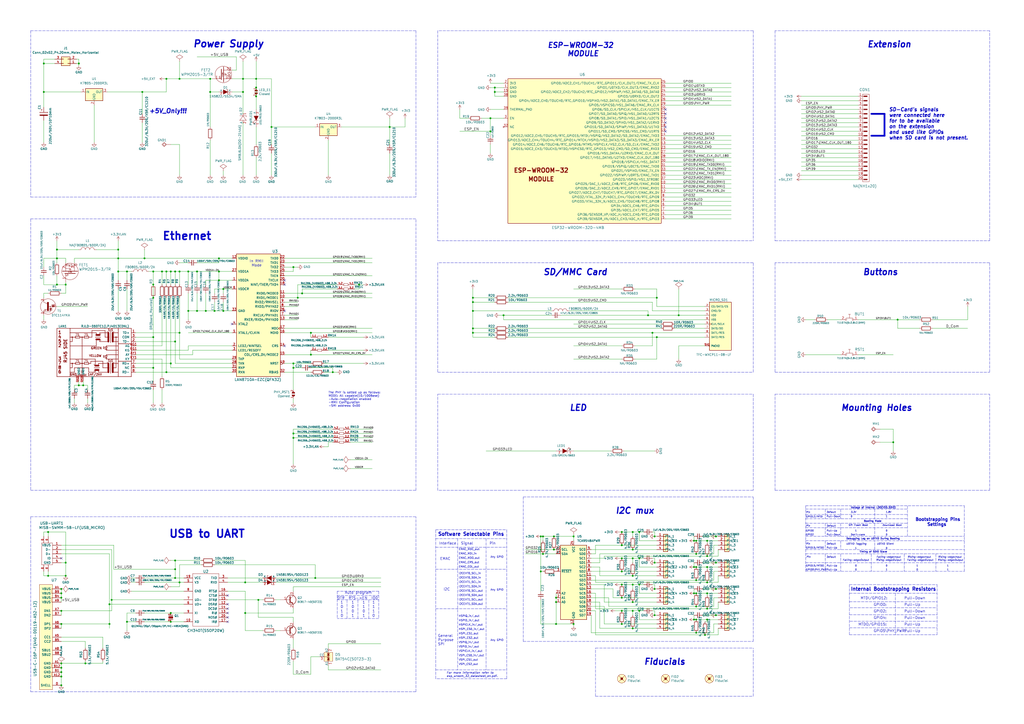
<source format=kicad_sch>
(kicad_sch (version 20211123) (generator eeschema)
  (paper "A2")
  (title_block (title "ESP32-GATEWAY") (date "2019-12-17") (rev "G") (company "OLIMEX LTD.") (comment 1 "https://www.olimex.com"))
  (junction (at 314.96 321.31))
  (junction (at 88.9 195.58))
  (junction (at 360.68 354.33))
  (junction (at 367.03 364.49))
  (junction (at 208.28 165.1))
  (junction (at 180.34 205.74))
  (junction (at 140.97 53.34))
  (junction (at 35.56 397.51))
  (junction (at 68.58 149.86))
  (junction (at 68.58 157.48))
  (junction (at 403.86 351.79))
  (junction (at 381 172.72))
  (junction (at 101.6 335.28))
  (junction (at 83.82 149.86))
  (junction (at 402.59 344.17))
  (junction (at 25.4 53.34))
  (junction (at 403.86 367.03))
  (junction (at 124.46 180.34))
  (junction (at 35.56 361.95))
  (junction (at 96.52 157.48))
  (junction (at 415.29 311.15))
  (junction (at 381 195.58))
  (junction (at 38.1 165.1))
  (junction (at 140.97 45.72))
  (junction (at 313.69 311.15))
  (junction (at 370.84 308.61))
  (junction (at 284.48 76.2))
  (junction (at 170.18 154.94))
  (junction (at 403.86 359.41))
  (junction (at 101.6 325.12))
  (junction (at 99.06 355.6))
  (junction (at 403.86 321.31))
  (junction (at 367.03 334.01))
  (junction (at 127 162.56))
  (junction (at 402.59 359.41))
  (junction (at 33.02 144.78))
  (junction (at 129.54 167.64))
  (junction (at 170.18 210.82))
  (junction (at 114.3 180.34))
  (junction (at 88.9 165.1))
  (junction (at 129.54 180.34))
  (junction (at 180.34 193.04))
  (junction (at 370.84 339.09))
  (junction (at 27.94 308.61))
  (junction (at 35.56 384.81))
  (junction (at 88.9 213.36))
  (junction (at 415.29 356.87))
  (junction (at 170.18 254))
  (junction (at 35.56 341.63))
  (junction (at 148.59 50.8))
  (junction (at 410.21 359.41))
  (junction (at 109.22 157.48))
  (junction (at 410.21 353.06))
  (junction (at 284.48 68.58))
  (junction (at 35.56 354.33))
  (junction (at 378.46 193.04))
  (junction (at 403.86 313.69))
  (junction (at 375.92 182.88))
  (junction (at 314.96 311.15))
  (junction (at 104.14 193.04))
  (junction (at 360.68 331.47))
  (junction (at 142.24 355.6))
  (junction (at 121.92 45.72))
  (junction (at 101.6 330.2))
  (junction (at 127 157.48))
  (junction (at 379.73 311.15))
  (junction (at 82.55 53.34))
  (junction (at 226.06 73.66))
  (junction (at 104.14 157.48))
  (junction (at 35.56 389.89))
  (junction (at 157.48 73.66))
  (junction (at 274.32 180.34))
  (junction (at 35.56 392.43))
  (junction (at 48.26 223.52))
  (junction (at 73.66 157.48))
  (junction (at 33.02 149.86))
  (junction (at 367.03 308.61))
  (junction (at 49.53 384.81))
  (junction (at 360.68 339.09))
  (junction (at 367.03 323.85))
  (junction (at 33.02 165.1))
  (junction (at 45.72 36.83))
  (junction (at 35.56 346.71))
  (junction (at 101.6 157.48))
  (junction (at 170.18 213.36))
  (junction (at 148.59 45.72))
  (junction (at 63.5 350.52))
  (junction (at 403.86 336.55))
  (junction (at 402.59 328.93))
  (junction (at 379.73 356.87))
  (junction (at 104.14 337.82))
  (junction (at 367.03 339.09))
  (junction (at 410.21 322.58))
  (junction (at 403.86 328.93))
  (junction (at 175.26 170.18))
  (junction (at 370.84 354.33))
  (junction (at 35.56 387.35))
  (junction (at 172.72 172.72))
  (junction (at 410.21 313.69))
  (junction (at 367.03 354.33))
  (junction (at 149.86 347.98))
  (junction (at 148.59 55.88))
  (junction (at 45.72 223.52))
  (junction (at 415.29 326.39))
  (junction (at 360.68 323.85))
  (junction (at 88.9 157.48))
  (junction (at 193.04 215.9))
  (junction (at 274.32 175.26))
  (junction (at 370.84 323.85))
  (junction (at 114.3 157.48))
  (junction (at 274.32 172.72))
  (junction (at 410.21 328.93))
  (junction (at 332.74 311.15))
  (junction (at 109.22 180.34))
  (junction (at 104.14 45.72))
  (junction (at 367.03 318.77))
  (junction (at 99.06 157.48))
  (junction (at 38.1 326.39))
  (junction (at 73.66 360.68))
  (junction (at 99.06 210.82))
  (junction (at 360.68 308.61))
  (junction (at 35.56 344.17))
  (junction (at 367.03 349.25))
  (junction (at 64.77 347.98))
  (junction (at 101.6 198.12))
  (junction (at 360.68 316.2597))
  (junction (at 292.1 182.88))
  (junction (at 121.92 53.34))
  (junction (at 403.86 344.17))
  (junction (at 322.58 361.95))
  (junction (at 274.32 193.04))
  (junction (at 520.7 185.42))
  (junction (at 96.52 215.9))
  (junction (at 274.32 190.5))
  (junction (at 182.88 335.28))
  (junction (at 321.31 318.77))
  (junction (at 99.06 360.68))
  (junction (at 360.68 346.71))
  (junction (at 313.69 331.47))
  (junction (at 127 149.86))
  (junction (at 410.21 337.82))
  (junction (at 287.02 50.8))
  (junction (at 38.1 334.01))
  (junction (at 170.18 251.46))
  (junction (at 119.38 180.34))
  (junction (at 142.24 337.82))
  (junction (at 68.58 144.78))
  (junction (at 321.31 311.15))
  (junction (at 93.98 157.48))
  (junction (at 287.02 53.34))
  (junction (at 360.68 361.95))
  (junction (at 322.58 346.71))
  (junction (at 25.4 36.83))
  (junction (at 379.73 341.63))
  (junction (at 332.74 361.95))
  (junction (at 410.21 344.17))
  (junction (at 27.94 334.01))
  (junction (at 402.59 313.69))
  (junction (at 408.94 368.3))
  (junction (at 63.5 361.95))
  (junction (at 88.9 172.72))
  (junction (at 96.52 45.72))
  (junction (at 360.68 316.23))
  (junction (at 393.7 182.88))
  (junction (at 518.16 256.54))
  (junction (at 322.58 349.25))
  (junction (at 379.73 326.39))
  (junction (at 415.29 341.63))
  (no_connect (at 132.08 355.6))
  (no_connect (at 165.1 200.66))
  (no_connect (at 134.62 187.96))
  (no_connect (at 386.08 63.5))
  (no_connect (at 132.08 350.52))
  (no_connect (at 165.1 180.34))
  (no_connect (at 386.08 66.04))
  (no_connect (at 386.08 71.12))
  (no_connect (at 386.08 73.66))
  (no_connect (at 386.08 76.2))
  (no_connect (at 132.08 358.14))
  (no_connect (at 35.56 323.85))
  (no_connect (at 132.08 360.68))
  (no_connect (at 132.08 353.06))
  (no_connect (at 165.1 162.56))
  (no_connect (at 165.1 165.1))
  (no_connect (at 386.08 68.58))
  (no_connect (at 132.08 345.44))
  (wire (pts (xy 49.53 372.11) (xy 49.53 375.92)))
  (wire (pts (xy 165.1 190.5) (xy 215.9 190.5)))
  (wire (pts (xy 347.98 349.25) (xy 347.98 364.49)))
  (wire (pts (xy 134.62 200.66) (xy 109.22 200.66)))
  (wire (pts (xy 127 152.4) (xy 127 149.86)))
  (wire (pts (xy 35.56 361.95) (xy 63.5 361.95)))
  (wire (pts (xy 313.69 331.47) (xy 314.96 331.47)))
  (wire (pts (xy 104.14 45.72) (xy 121.92 45.72)))
  (wire (pts (xy 294.64 190.5) (xy 383.54 190.5)))
  (polyline (pts (xy 436.88 403.86) (xy 436.88 375.92)))
  (polyline (pts (xy 574.04 152.4) (xy 449.58 152.4)))
  (wire (pts (xy 38.1 149.86) (xy 33.02 149.86)))
  (wire (pts (xy 96.52 165.1) (xy 96.52 157.48)))
  (polyline (pts (xy 487.68 313.69) (xy 487.68 318.77)))
  (wire (pts (xy 59.69 369.57) (xy 59.69 375.92)))
  (wire (pts (xy 381 167.64) (xy 368.3 167.64)))
  (wire (pts (xy 359.41 323.85) (xy 360.68 323.85)))
  (wire (pts (xy 190.5 388.62) (xy 220.98 388.62)))
  (polyline (pts (xy 241.3 284.48) (xy 241.3 127)))
  (wire (pts (xy 50.8 231.14) (xy 50.8 233.68)))
  (wire (pts (xy 378.46 339.09) (xy 379.73 339.09)))
  (wire (pts (xy 345.44 321.31) (xy 342.9 321.31)))
  (polyline (pts (xy 219.71 342.9) (xy 195.58 342.9)))
  (wire (pts (xy 129.54 167.64) (xy 134.62 167.64)))
  (wire (pts (xy 386.08 116.84) (xy 424.18 116.84)))
  (wire (pts (xy 109.22 180.34) (xy 109.22 185.42)))
  (polyline (pts (xy 254 228.6) (xy 436.88 228.6)))
  (wire (pts (xy 165.1 193.04) (xy 180.34 193.04)))
  (polyline (pts (xy 436.88 228.6) (xy 436.88 284.48)))
  (wire (pts (xy 66.04 330.2) (xy 101.6 330.2)))
  (wire (pts (xy 121.92 101.6) (xy 121.92 81.28)))
  (wire (pts (xy 160.02 347.98) (xy 162.56 347.98)))
  (wire (pts (xy 274.32 167.64) (xy 274.32 172.72)))
  (wire (pts (xy 386.08 109.22) (xy 424.18 109.22)))
  (wire (pts (xy 416.56 353.06) (xy 410.21 353.06)))
  (wire (pts (xy 226.06 73.66) (xy 226.06 83.82)))
  (polyline (pts (xy 254 152.4) (xy 254 215.9)))
  (wire (pts (xy 149.86 347.98) (xy 152.4 347.98)))
  (wire (pts (xy 274.32 175.26) (xy 287.02 175.26)))
  (wire (pts (xy 88.9 213.36) (xy 78.74 213.36)))
  (wire (pts (xy 137.16 40.64) (xy 137.16 33.02)))
  (polyline (pts (xy 493.014 352.552) (xy 543.56 352.552)))
  (polyline (pts (xy 467.36 326.39) (xy 559.435 326.39)))
  (wire (pts (xy 294.64 175.26) (xy 378.46 175.26)))
  (wire (pts (xy 38.1 308.61) (xy 38.1 326.39)))
  (wire (pts (xy 127 157.48) (xy 134.62 157.48)))
  (wire (pts (xy 408.94 368.3) (xy 416.56 368.3)))
  (wire (pts (xy 38.1 170.18) (xy 35.56 170.18)))
  (wire (pts (xy 393.7 182.88) (xy 408.94 182.88)))
  (polyline (pts (xy 241.3 17.78) (xy 241.3 114.3)))
  (wire (pts (xy 284.48 78.74) (xy 284.48 76.2)))
  (wire (pts (xy 274.32 190.5) (xy 274.32 193.04)))
  (wire (pts (xy 345.44 353.06) (xy 410.21 353.06)))
  (wire (pts (xy 35.56 369.57) (xy 59.69 369.57)))
  (wire (pts (xy 203.2 271.78) (xy 215.9 271.78)))
  (wire (pts (xy 175.26 167.64) (xy 175.26 170.18)))
  (polyline (pts (xy 213.995 347.98) (xy 213.995 358.775)))
  (wire (pts (xy 284.48 83.82) (xy 284.48 88.9)))
  (wire (pts (xy 43.18 149.86) (xy 68.58 149.86)))
  (wire (pts (xy 88.9 157.48) (xy 93.98 157.48)))
  (wire (pts (xy 83.82 337.82) (xy 104.14 337.82)))
  (wire (pts (xy 93.98 226.06) (xy 93.98 233.68)))
  (polyline (pts (xy 449.58 215.9) (xy 574.04 215.9)))
  (wire (pts (xy 205.74 165.1) (xy 208.28 165.1)))
  (wire (pts (xy 96.52 157.48) (xy 99.06 157.48)))
  (wire (pts (xy 497.84 73.66) (xy 464.82 73.66)))
  (wire (pts (xy 73.66 167.64) (xy 73.66 180.34)))
  (wire (pts (xy 386.08 99.06) (xy 424.18 99.06)))
  (wire (pts (xy 68.58 149.86) (xy 83.82 149.86)))
  (wire (pts (xy 68.58 167.64) (xy 68.58 180.34)))
  (wire (pts (xy 416.56 337.82) (xy 416.56 334.01)))
  (wire (pts (xy 180.34 213.36) (xy 193.04 213.36)))
  (wire (pts (xy 148.59 50.8) (xy 148.59 55.88)))
  (wire (pts (xy 99.06 172.72) (xy 99.06 210.82)))
  (wire (pts (xy 322.58 346.71) (xy 322.58 349.25)))
  (wire (pts (xy 127 53.34) (xy 121.92 53.34)))
  (wire (pts (xy 386.08 121.92) (xy 424.18 121.92)))
  (wire (pts (xy 190.5 373.38) (xy 220.98 373.38)))
  (wire (pts (xy 386.08 106.68) (xy 424.18 106.68)))
  (polyline (pts (xy 505.46 66.04) (xy 513.08 66.04)) (stroke (width 1.016) (type solid)))
  (polyline (pts (xy 294.005 307.34) (xy 294.005 393.7)))
  (wire (pts (xy 313.69 331.47) (xy 313.69 342.9)))
  (polyline (pts (xy 467.36 293.37) (xy 467.36 331.47)))
  (wire (pts (xy 274.32 172.72) (xy 274.32 175.26)))
  (wire (pts (xy 104.14 83.82) (xy 99.06 83.82)))
  (wire (pts (xy 342.9 367.03) (xy 403.86 367.03)))
  (polyline (pts (xy 467.36 318.77) (xy 559.435 318.77)))
  (wire (pts (xy 415.29 356.87) (xy 416.56 356.87)))
  (wire (pts (xy 25.4 334.01) (xy 27.94 334.01)))
  (wire (pts (xy 360.68 323.85) (xy 367.03 323.85)))
  (wire (pts (xy 510.54 248.92) (xy 518.16 248.92)))
  (wire (pts (xy 180.34 391.16) (xy 180.34 381)))
  (wire (pts (xy 78.74 200.66) (xy 93.98 200.66)))
  (wire (pts (xy 193.04 254) (xy 170.18 254)))
  (wire (pts (xy 386.08 50.8) (xy 424.18 50.8)))
  (polyline (pts (xy 254 284.48) (xy 254 228.6)))
  (wire (pts (xy 386.08 119.38) (xy 424.18 119.38)))
  (wire (pts (xy 367.03 354.33) (xy 367.03 356.87)))
  (wire (pts (xy 367.03 354.33) (xy 360.68 354.33)))
  (wire (pts (xy 367.03 308.61) (xy 370.84 308.61)))
  (wire (pts (xy 157.48 73.66) (xy 157.48 83.82)))
  (wire (pts (xy 345.44 344.17) (xy 345.44 353.06)))
  (wire (pts (xy 414.02 336.55) (xy 403.86 336.55)))
  (polyline (pts (xy 574.04 17.78) (xy 449.58 17.78)))
  (wire (pts (xy 367.03 339.09) (xy 370.84 339.09)))
  (wire (pts (xy 407.67 341.63) (xy 415.29 341.63)))
  (wire (pts (xy 403.86 313.69) (xy 410.21 313.69)))
  (polyline (pts (xy 574.04 215.9) (xy 574.04 152.4)))
  (wire (pts (xy 160.02 335.28) (xy 182.88 335.28)))
  (wire (pts (xy 124.46 180.34) (xy 124.46 175.26)))
  (polyline (pts (xy 543.56 339.09) (xy 543.56 368.3)))
  (wire (pts (xy 157.48 45.72) (xy 157.48 73.66)))
  (wire (pts (xy 360.68 167.64) (xy 332.74 167.64)))
  (polyline (pts (xy 252.73 312.42) (xy 294.005 312.42)))
  (wire (pts (xy 109.22 180.34) (xy 114.3 180.34)))
  (polyline (pts (xy 467.36 321.31) (xy 559.435 321.31)))
  (wire (pts (xy 68.58 149.86) (xy 68.58 157.48)))
  (wire (pts (xy 170.18 383.54) (xy 170.18 391.16)))
  (wire (pts (xy 93.98 165.1) (xy 93.98 157.48)))
  (wire (pts (xy 379.73 354.33) (xy 379.73 356.87)))
  (wire (pts (xy 561.34 185.42) (xy 561.34 177.8)))
  (wire (pts (xy 121.92 53.34) (xy 121.92 73.66)))
  (wire (pts (xy 33.02 160.02) (xy 33.02 165.1)))
  (polyline (pts (xy 574.04 139.7) (xy 574.04 17.78)))
  (wire (pts (xy 292.1 182.88) (xy 320.04 182.88)))
  (wire (pts (xy 386.08 124.46) (xy 424.18 124.46)))
  (wire (pts (xy 370.84 354.33) (xy 373.38 354.33)))
  (wire (pts (xy 170.18 254) (xy 170.18 269.24)))
  (polyline (pts (xy 519.43 344.17) (xy 519.43 368.3)))
  (wire (pts (xy 78.74 360.68) (xy 73.66 360.68)))
  (wire (pts (xy 45.72 220.98) (xy 45.72 223.52)))
  (wire (pts (xy 370.84 354.33) (xy 367.03 354.33)))
  (wire (pts (xy 165.1 185.42) (xy 172.72 185.42)))
  (polyline (pts (xy 17.78 299.72) (xy 17.78 401.32)))
  (wire (pts (xy 386.08 48.26) (xy 424.18 48.26)))
  (wire (pts (xy 82.55 53.34) (xy 96.52 53.34)))
  (wire (pts (xy 25.4 165.1) (xy 33.02 165.1)))
  (wire (pts (xy 497.84 101.6) (xy 464.82 101.6)))
  (wire (pts (xy 187.96 215.9) (xy 193.04 215.9)))
  (wire (pts (xy 93.98 157.48) (xy 96.52 157.48)))
  (wire (pts (xy 109.22 200.66) (xy 109.22 203.2)))
  (wire (pts (xy 35.56 318.77) (xy 64.77 318.77)))
  (wire (pts (xy 386.08 60.96) (xy 424.18 60.96)))
  (polyline (pts (xy 574.04 284.48) (xy 574.04 228.6)))
  (wire (pts (xy 414.02 367.03) (xy 414.02 361.95)))
  (wire (pts (xy 35.56 354.33) (xy 64.77 354.33)))
  (wire (pts (xy 165.1 152.4) (xy 215.9 152.4)))
  (wire (pts (xy 193.04 213.36) (xy 193.04 215.9)))
  (wire (pts (xy 195.58 167.64) (xy 175.26 167.64)))
  (wire (pts (xy 45.72 36.83) (xy 45.72 38.1)))
  (wire (pts (xy 63.5 350.52) (xy 106.68 350.52)))
  (wire (pts (xy 170.18 213.36) (xy 175.26 213.36)))
  (wire (pts (xy 424.18 86.36) (xy 386.08 86.36)))
  (wire (pts (xy 467.36 185.42) (xy 472.44 185.42)))
  (wire (pts (xy 321.31 318.77) (xy 322.58 318.77)))
  (wire (pts (xy 342.9 344.17) (xy 345.44 344.17)))
  (polyline (pts (xy 17.78 299.72) (xy 241.3 299.72)))
  (wire (pts (xy 64.77 347.98) (xy 106.68 347.98)))
  (polyline (pts (xy 449.58 284.48) (xy 574.04 284.48)))
  (polyline (pts (xy 513.08 66.04) (xy 513.08 78.74)) (stroke (width 1.016) (type solid)))
  (wire (pts (xy 27.94 311.15) (xy 27.94 308.61)))
  (wire (pts (xy 132.08 342.9) (xy 142.24 342.9)))
  (polyline (pts (xy 281.94 312.42) (xy 281.94 388.62)))
  (wire (pts (xy 134.62 203.2) (xy 111.76 203.2)))
  (wire (pts (xy 99.06 210.82) (xy 99.06 213.36)))
  (wire (pts (xy 410.21 344.17) (xy 416.56 344.17)))
  (wire (pts (xy 88.9 213.36) (xy 88.9 220.98)))
  (wire (pts (xy 35.56 344.17) (xy 35.56 346.71)))
  (wire (pts (xy 210.82 203.2) (xy 190.5 203.2)))
  (wire (pts (xy 170.18 353.06) (xy 170.18 355.6)))
  (wire (pts (xy 83.82 360.68) (xy 99.06 360.68)))
  (wire (pts (xy 347.98 326.39) (xy 342.9 326.39)))
  (wire (pts (xy 33.02 177.8) (xy 50.8 177.8)))
  (wire (pts (xy 379.73 323.85) (xy 379.73 326.39)))
  (wire (pts (xy 68.58 139.7) (xy 68.58 144.78)))
  (wire (pts (xy 386.08 53.34) (xy 424.18 53.34)))
  (wire (pts (xy 367.03 349.25) (xy 381 349.25)))
  (polyline (pts (xy 436.88 215.9) (xy 436.88 152.4)))
  (wire (pts (xy 274.32 180.34) (xy 274.32 190.5)))
  (wire (pts (xy 266.7 68.58) (xy 271.78 68.58)))
  (wire (pts (xy 157.48 73.66) (xy 182.88 73.66)))
  (wire (pts (xy 25.4 36.83) (xy 25.4 53.34)))
  (wire (pts (xy 353.06 346.71) (xy 353.06 351.79)))
  (wire (pts (xy 148.59 55.88) (xy 148.59 63.5)))
  (wire (pts (xy 210.82 210.82) (xy 187.96 210.82)))
  (wire (pts (xy 88.9 165.1) (xy 88.9 157.48)))
  (polyline (pts (xy 492.76 368.173) (xy 543.56 368.173)))
  (wire (pts (xy 533.4 190.5) (xy 520.7 190.5)))
  (wire (pts (xy 101.6 335.28) (xy 106.68 335.28)))
  (wire (pts (xy 165.1 157.48) (xy 170.18 157.48)))
  (wire (pts (xy 35.56 361.95) (xy 35.56 364.49)))
  (wire (pts (xy 226.06 88.9) (xy 226.06 101.6)))
  (wire (pts (xy 350.52 349.25) (xy 367.03 349.25)))
  (wire (pts (xy 274.32 175.26) (xy 274.32 180.34)))
  (wire (pts (xy 381 195.58) (xy 381 208.28)))
  (wire (pts (xy 541.02 190.5) (xy 561.34 190.5)))
  (wire (pts (xy 370.84 344.17) (xy 381 344.17)))
  (polyline (pts (xy 17.78 114.3) (xy 241.3 114.3)))
  (wire (pts (xy 378.46 308.61) (xy 379.73 308.61)))
  (wire (pts (xy 520.7 190.5) (xy 520.7 185.42)))
  (wire (pts (xy 160.02 365.76) (xy 162.56 365.76)))
  (wire (pts (xy 170.18 251.46) (xy 170.18 254)))
  (wire (pts (xy 226.06 73.66) (xy 234.95 73.66)))
  (polyline (pts (xy 492.76 344.17) (xy 543.56 344.17)))
  (wire (pts (xy 64.77 318.77) (xy 64.77 347.98)))
  (wire (pts (xy 342.9 349.25) (xy 347.98 349.25)))
  (wire (pts (xy 402.59 344.17) (xy 403.86 344.17)))
  (polyline (pts (xy 487.68 303.53) (xy 487.68 311.15)))
  (wire (pts (xy 480.06 185.42) (xy 487.68 185.42)))
  (polyline (pts (xy 345.44 403.86) (xy 436.88 403.86)))
  (wire (pts (xy 410.21 313.69) (xy 416.56 313.69)))
  (wire (pts (xy 386.08 101.6) (xy 424.18 101.6)))
  (wire (pts (xy 27.94 334.01) (xy 38.1 334.01)))
  (wire (pts (xy 137.16 40.64) (xy 134.62 40.64)))
  (wire (pts (xy 410.21 359.41) (xy 416.56 359.41)))
  (wire (pts (xy 367.03 334.01) (xy 381 334.01)))
  (wire (pts (xy 96.52 45.72) (xy 104.14 45.72)))
  (wire (pts (xy 96.52 172.72) (xy 96.52 215.9)))
  (wire (pts (xy 38.1 163.83) (xy 38.1 165.1)))
  (polyline (pts (xy 252.73 388.62) (xy 294.005 388.62)))
  (wire (pts (xy 402.59 359.41) (xy 403.86 359.41)))
  (wire (pts (xy 132.08 347.98) (xy 149.86 347.98)))
  (polyline (pts (xy 467.36 311.15) (xy 559.435 311.15)))
  (wire (pts (xy 33.02 139.7) (xy 33.02 144.78)))
  (wire (pts (xy 360.68 346.71) (xy 381 346.71)))
  (wire (pts (xy 386.08 83.82) (xy 424.18 83.82)))
  (wire (pts (xy 109.22 152.4) (xy 104.14 152.4)))
  (wire (pts (xy 497.84 91.44) (xy 464.82 91.44)))
  (wire (pts (xy 187.96 259.08) (xy 190.5 259.08)))
  (wire (pts (xy 104.14 165.1) (xy 104.14 157.48)))
  (polyline (pts (xy 303.53 288.29) (xy 436.88 288.29)))
  (wire (pts (xy 88.9 195.58) (xy 88.9 213.36)))
  (wire (pts (xy 402.59 328.93) (xy 403.86 328.93)))
  (wire (pts (xy 99.06 325.12) (xy 101.6 325.12)))
  (wire (pts (xy 124.46 180.34) (xy 129.54 180.34)))
  (wire (pts (xy 205.74 167.64) (xy 208.28 167.64)))
  (wire (pts (xy 25.4 149.86) (xy 33.02 149.86)))
  (wire (pts (xy 104.14 193.04) (xy 104.14 208.28)))
  (wire (pts (xy 497.84 104.14) (xy 464.82 104.14)))
  (wire (pts (xy 25.4 69.85) (xy 25.4 82.55)))
  (wire (pts (xy 170.18 370.84) (xy 170.18 375.92)))
  (wire (pts (xy 497.84 58.42) (xy 464.82 58.42)))
  (wire (pts (xy 35.56 384.81) (xy 35.56 387.35)))
  (wire (pts (xy 165.1 149.86) (xy 215.9 149.86)))
  (polyline (pts (xy 559.435 331.47) (xy 559.435 293.37)))
  (wire (pts (xy 193.04 248.92) (xy 170.18 248.92)))
  (wire (pts (xy 497.84 93.98) (xy 464.82 93.98)))
  (wire (pts (xy 104.14 35.56) (xy 104.14 45.72)))
  (wire (pts (xy 342.9 331.47) (xy 360.68 331.47)))
  (wire (pts (xy 294.64 193.04) (xy 378.46 193.04)))
  (wire (pts (xy 510.54 256.54) (xy 518.16 256.54)))
  (wire (pts (xy 35.56 346.71) (xy 35.56 349.25)))
  (wire (pts (xy 322.58 344.17) (xy 322.58 346.71)))
  (polyline (pts (xy 219.71 358.775) (xy 195.58 358.775)))
  (wire (pts (xy 101.6 210.82) (xy 134.62 210.82)))
  (wire (pts (xy 148.59 35.56) (xy 148.59 45.72)))
  (wire (pts (xy 416.56 349.25) (xy 416.56 353.06)))
  (wire (pts (xy 304.8 318.77) (xy 321.31 318.77)))
  (polyline (pts (xy 478.79 321.31) (xy 478.79 331.47)))
  (wire (pts (xy 520.7 185.42) (xy 533.4 185.42)))
  (wire (pts (xy 134.62 53.34) (xy 140.97 53.34)))
  (wire (pts (xy 127 149.86) (xy 134.62 149.86)))
  (wire (pts (xy 416.56 331.47) (xy 414.02 331.47)))
  (wire (pts (xy 287.02 53.34) (xy 287.02 55.88)))
  (wire (pts (xy 165.1 205.74) (xy 180.34 205.74)))
  (wire (pts (xy 99.06 157.48) (xy 101.6 157.48)))
  (wire (pts (xy 96.52 215.9) (xy 134.62 215.9)))
  (wire (pts (xy 386.08 78.74) (xy 424.18 78.74)))
  (wire (pts (xy 391.16 190.5) (xy 408.94 190.5)))
  (wire (pts (xy 378.46 200.66) (xy 368.3 200.66)))
  (polyline (pts (xy 478.79 295.275) (xy 478.79 300.99)))
  (wire (pts (xy 381 195.58) (xy 408.94 195.58)))
  (polyline (pts (xy 303.53 372.11) (xy 303.53 288.29)))
  (wire (pts (xy 27.94 308.61) (xy 38.1 308.61)))
  (wire (pts (xy 195.58 165.1) (xy 172.72 165.1)))
  (wire (pts (xy 170.18 355.6) (xy 142.24 355.6)))
  (wire (pts (xy 43.18 223.52) (xy 45.72 223.52)))
  (wire (pts (xy 347.98 364.49) (xy 367.03 364.49)))
  (polyline (pts (xy 17.78 17.78) (xy 17.78 114.3)))
  (wire (pts (xy 99.06 165.1) (xy 99.06 157.48)))
  (wire (pts (xy 170.18 233.68) (xy 170.18 231.14)))
  (wire (pts (xy 314.96 313.69) (xy 314.96 311.15)))
  (wire (pts (xy 25.4 53.34) (xy 46.99 53.34)))
  (wire (pts (xy 370.84 339.09) (xy 370.84 344.17)))
  (wire (pts (xy 370.84 323.85) (xy 370.84 328.93)))
  (wire (pts (xy 193.04 251.46) (xy 170.18 251.46)))
  (wire (pts (xy 25.4 308.61) (xy 27.94 308.61)))
  (wire (pts (xy 497.84 76.2) (xy 464.82 76.2)))
  (wire (pts (xy 190.5 373.38) (xy 190.5 375.92)))
  (wire (pts (xy 119.38 180.34) (xy 124.46 180.34)))
  (wire (pts (xy 127 162.56) (xy 134.62 162.56)))
  (wire (pts (xy 410.21 360.68) (xy 408.94 360.68)))
  (wire (pts (xy 416.56 322.58) (xy 416.56 318.77)))
  (wire (pts (xy 43.18 231.14) (xy 43.18 233.68)))
  (wire (pts (xy 114.3 157.48) (xy 127 157.48)))
  (wire (pts (xy 148.59 73.66) (xy 148.59 83.82)))
  (wire (pts (xy 359.41 339.09) (xy 360.68 339.09)))
  (polyline (pts (xy 201.295 347.98) (xy 201.295 358.775)))
  (wire (pts (xy 284.48 76.2) (xy 266.7 76.2)))
  (wire (pts (xy 345.44 316.23) (xy 345.44 321.31)))
  (wire (pts (xy 497.84 55.88) (xy 464.82 55.88)))
  (wire (pts (xy 313.69 311.15) (xy 314.96 311.15)))
  (wire (pts (xy 414.02 346.71) (xy 416.56 346.71)))
  (wire (pts (xy 25.4 34.29) (xy 25.4 36.83)))
  (wire (pts (xy 114.3 165.1) (xy 114.3 157.48)))
  (polyline (pts (xy 467.36 306.07) (xy 526.415 306.07)))
  (wire (pts (xy 370.84 328.93) (xy 381 328.93)))
  (wire (pts (xy 347.98 321.31) (xy 347.98 326.39)))
  (wire (pts (xy 35.56 392.43) (xy 35.56 397.51)))
  (wire (pts (xy 33.02 149.86) (xy 33.02 152.4)))
  (wire (pts (xy 190.5 259.08) (xy 190.5 256.54)))
  (wire (pts (xy 170.18 340.36) (xy 220.98 340.36)))
  (wire (pts (xy 109.22 157.48) (xy 114.3 157.48)))
  (wire (pts (xy 414.02 316.23) (xy 414.02 321.31)))
  (wire (pts (xy 403.86 321.31) (xy 347.98 321.31)))
  (wire (pts (xy 330.2 180.34) (xy 375.92 180.34)))
  (wire (pts (xy 88.9 226.06) (xy 88.9 233.68)))
  (wire (pts (xy 132.08 337.82) (xy 142.24 337.82)))
  (wire (pts (xy 345.44 337.82) (xy 345.44 334.01)))
  (wire (pts (xy 284.48 68.58) (xy 284.48 76.2)))
  (wire (pts (xy 410.21 328.93) (xy 416.56 328.93)))
  (wire (pts (xy 379.73 308.61) (xy 379.73 311.15)))
  (wire (pts (xy 68.58 157.48) (xy 68.58 162.56)))
  (wire (pts (xy 49.53 383.54) (xy 49.53 384.81)))
  (polyline (pts (xy 507.365 318.77) (xy 507.365 313.69)))
  (wire (pts (xy 165.1 175.26) (xy 172.72 175.26)))
  (wire (pts (xy 111.76 205.74) (xy 78.74 205.74)))
  (polyline (pts (xy 492.76 364.236) (xy 543.56 364.236)))
  (wire (pts (xy 64.77 354.33) (xy 64.77 347.98)))
  (wire (pts (xy 360.68 361.95) (xy 381 361.95)))
  (wire (pts (xy 497.84 71.12) (xy 464.82 71.12)))
  (polyline (pts (xy 449.58 139.7) (xy 574.04 139.7)))
  (wire (pts (xy 101.6 325.12) (xy 116.84 325.12)))
  (wire (pts (xy 407.67 356.87) (xy 415.29 356.87)))
  (wire (pts (xy 190.5 386.08) (xy 190.5 388.62)))
  (wire (pts (xy 234.95 73.66) (xy 234.95 68.58)))
  (wire (pts (xy 403.86 344.17) (xy 410.21 344.17)))
  (wire (pts (xy 367.03 308.61) (xy 367.03 311.15)))
  (wire (pts (xy 414.02 361.95) (xy 416.56 361.95)))
  (wire (pts (xy 25.4 185.42) (xy 25.4 182.88)))
  (wire (pts (xy 124.46 167.64) (xy 129.54 167.64)))
  (wire (pts (xy 518.16 256.54) (xy 518.16 261.62)))
  (wire (pts (xy 314.96 311.15) (xy 321.31 311.15)))
  (wire (pts (xy 140.97 53.34) (xy 140.97 66.04)))
  (polyline (pts (xy 467.36 303.53) (xy 526.415 303.53)))
  (polyline (pts (xy 17.78 284.48) (xy 241.3 284.48)))
  (polyline (pts (xy 449.58 228.6) (xy 574.04 228.6)))
  (wire (pts (xy 284.48 50.8) (xy 287.02 50.8)))
  (wire (pts (xy 208.28 167.64) (xy 208.28 165.1)))
  (wire (pts (xy 342.9 354.33) (xy 345.44 354.33)))
  (wire (pts (xy 68.58 157.48) (xy 73.66 157.48)))
  (wire (pts (xy 109.22 203.2) (xy 78.74 203.2)))
  (wire (pts (xy 266.7 63.5) (xy 266.7 68.58)))
  (wire (pts (xy 381 172.72) (xy 294.64 172.72)))
  (wire (pts (xy 142.24 337.82) (xy 152.4 337.82)))
  (wire (pts (xy 33.02 144.78) (xy 33.02 149.86)))
  (wire (pts (xy 378.46 180.34) (xy 408.94 180.34)))
  (wire (pts (xy 104.14 340.36) (xy 104.14 337.82)))
  (wire (pts (xy 175.26 170.18) (xy 215.9 170.18)))
  (wire (pts (xy 304.8 321.31) (xy 314.96 321.31)))
  (wire (pts (xy 203.2 254) (xy 215.9 254)))
  (wire (pts (xy 393.7 167.64) (xy 393.7 182.88)))
  (polyline (pts (xy 219.71 342.9) (xy 219.71 358.775)))
  (wire (pts (xy 170.18 210.82) (xy 180.34 210.82)))
  (wire (pts (xy 464.82 86.36) (xy 497.84 86.36)))
  (polyline (pts (xy 436.88 284.48) (xy 254 284.48)))
  (wire (pts (xy 160.02 337.82) (xy 220.98 337.82)))
  (wire (pts (xy 121.92 45.72) (xy 123.19 45.72)))
  (polyline (pts (xy 254 139.7) (xy 436.88 139.7)))
  (wire (pts (xy 287.02 55.88) (xy 292.1 55.88)))
  (wire (pts (xy 375.92 182.88) (xy 393.7 182.88)))
  (polyline (pts (xy 449.58 284.48) (xy 449.58 228.6)))
  (polyline (pts (xy 449.58 17.78) (xy 449.58 139.7)))
  (wire (pts (xy 408.94 187.96) (xy 391.16 187.96)))
  (wire (pts (xy 354.33 261.62) (xy 332.74 261.62)))
  (wire (pts (xy 88.9 195.58) (xy 78.74 195.58)))
  (wire (pts (xy 172.72 172.72) (xy 215.9 172.72)))
  (wire (pts (xy 203.2 256.54) (xy 215.9 256.54)))
  (wire (pts (xy 104.14 193.04) (xy 78.74 193.04)))
  (wire (pts (xy 378.46 175.26) (xy 378.46 180.34)))
  (polyline (pts (xy 17.78 127) (xy 241.3 127)))
  (wire (pts (xy 43.18 226.06) (xy 43.18 223.52)))
  (wire (pts (xy 129.54 180.34) (xy 134.62 180.34)))
  (wire (pts (xy 347.98 328.93) (xy 347.98 334.01)))
  (wire (pts (xy 114.3 180.34) (xy 119.38 180.34)))
  (wire (pts (xy 370.84 339.09) (xy 373.38 339.09)))
  (wire (pts (xy 497.84 83.82) (xy 464.82 83.82)))
  (wire (pts (xy 124.46 167.64) (xy 124.46 170.18)))
  (polyline (pts (xy 467.36 300.99) (xy 526.415 300.99)))
  (polyline (pts (xy 345.44 375.92) (xy 436.88 375.92)))
  (polyline (pts (xy 241.3 401.32) (xy 241.3 299.72)))
  (wire (pts (xy 410.21 322.58) (xy 416.56 322.58)))
  (wire (pts (xy 165.1 154.94) (xy 170.18 154.94)))
  (wire (pts (xy 99.06 340.36) (xy 104.14 340.36)))
  (polyline (pts (xy 17.78 17.78) (xy 241.3 17.78)))
  (wire (pts (xy 38.1 326.39) (xy 35.56 326.39)))
  (polyline (pts (xy 195.58 342.9) (xy 195.58 358.775)))
  (polyline (pts (xy 294.005 393.7) (xy 252.73 393.7)))
  (wire (pts (xy 35.56 387.35) (xy 35.56 389.89)))
  (polyline (pts (xy 436.88 372.11) (xy 436.88 288.29)))
  (wire (pts (xy 410.21 328.93) (xy 410.21 330.2)))
  (wire (pts (xy 367.03 364.49) (xy 381 364.49)))
  (wire (pts (xy 134.62 193.04) (xy 109.22 193.04)))
  (wire (pts (xy 149.86 358.14) (xy 149.86 347.98)))
  (wire (pts (xy 101.6 172.72) (xy 101.6 198.12)))
  (wire (pts (xy 407.67 311.15) (xy 415.29 311.15)))
  (wire (pts (xy 386.08 114.3) (xy 424.18 114.3)))
  (wire (pts (xy 78.74 215.9) (xy 96.52 215.9)))
  (wire (pts (xy 497.84 66.04) (xy 464.82 66.04)))
  (wire (pts (xy 49.53 384.81) (xy 35.56 384.81)))
  (wire (pts (xy 129.54 101.6) (xy 129.54 99.06)))
  (wire (pts (xy 45.72 144.78) (xy 33.02 144.78)))
  (wire (pts (xy 367.03 323.85) (xy 367.03 326.39)))
  (wire (pts (xy 116.84 327.66) (xy 104.14 327.66)))
  (wire (pts (xy 129.54 170.18) (xy 129.54 167.64)))
  (wire (pts (xy 350.52 322.58) (xy 410.21 322.58)))
  (wire (pts (xy 165.1 177.8) (xy 172.72 177.8)))
  (wire (pts (xy 180.34 381) (xy 185.42 381)))
  (wire (pts (xy 375.92 180.34) (xy 375.92 182.88)))
  (wire (pts (xy 342.9 328.93) (xy 347.98 328.93)))
  (wire (pts (xy 287.02 193.04) (xy 274.32 193.04)))
  (wire (pts (xy 180.34 195.58) (xy 180.34 193.04)))
  (polyline (pts (xy 254 215.9) (xy 436.88 215.9)))
  (wire (pts (xy 345.44 368.3) (xy 408.94 368.3)))
  (polyline (pts (xy 526.415 311.15) (xy 526.415 293.37)))
  (wire (pts (xy 119.38 170.18) (xy 119.38 180.34)))
  (wire (pts (xy 142.24 342.9) (xy 142.24 355.6)))
  (wire (pts (xy 25.4 331.47) (xy 25.4 334.01)))
  (wire (pts (xy 378.46 323.85) (xy 379.73 323.85)))
  (wire (pts (xy 402.59 326.39) (xy 402.59 328.93)))
  (polyline (pts (xy 507.365 303.53) (xy 507.365 311.15)))
  (wire (pts (xy 35.56 389.89) (xy 35.56 392.43)))
  (wire (pts (xy 497.84 68.58) (xy 464.82 68.58)))
  (wire (pts (xy 360.68 316.23) (xy 381 316.23)))
  (wire (pts (xy 203.2 248.92) (xy 215.9 248.92)))
  (polyline (pts (xy 492.76 339.09) (xy 543.56 339.09)))
  (wire (pts (xy 274.32 180.34) (xy 320.04 180.34)))
  (wire (pts (xy 292.1 185.42) (xy 292.1 182.88)))
  (wire (pts (xy 101.6 165.1) (xy 101.6 157.48)))
  (wire (pts (xy 370.84 308.61) (xy 373.38 308.61)))
  (wire (pts (xy 83.82 355.6) (xy 99.06 355.6)))
  (wire (pts (xy 370.84 323.85) (xy 373.38 323.85)))
  (wire (pts (xy 99.06 210.82) (xy 78.74 210.82)))
  (wire (pts (xy 342.9 341.63) (xy 355.6 341.63)))
  (wire (pts (xy 284.48 68.58) (xy 292.1 68.58)))
  (wire (pts (xy 355.6 346.71) (xy 360.68 346.71)))
  (wire (pts (xy 410.21 344.17) (xy 410.21 345.44)))
  (wire (pts (xy 99.06 355.6) (xy 106.68 355.6)))
  (polyline (pts (xy 507.365 295.275) (xy 507.365 300.99)))
  (wire (pts (xy 101.6 198.12) (xy 78.74 198.12)))
  (wire (pts (xy 190.5 256.54) (xy 193.04 256.54)))
  (wire (pts (xy 86.36 157.48) (xy 88.9 157.48)))
  (wire (pts (xy 59.69 383.54) (xy 59.69 384.81)))
  (wire (pts (xy 360.68 208.28) (xy 332.74 208.28)))
  (wire (pts (xy 415.29 326.39) (xy 416.56 326.39)))
  (wire (pts (xy 35.56 321.31) (xy 63.5 321.31)))
  (polyline (pts (xy 252.73 393.7) (xy 252.73 307.34)))
  (wire (pts (xy 378.46 354.33) (xy 379.73 354.33)))
  (wire (pts (xy 350.52 361.95) (xy 360.68 361.95)))
  (polyline (pts (xy 492.76 339.09) (xy 492.76 368.3)))
  (wire (pts (xy 345.44 354.33) (xy 345.44 368.3)))
  (wire (pts (xy 332.74 361.95) (xy 332.74 363.22)))
  (wire (pts (xy 541.02 185.42) (xy 561.34 185.42)))
  (wire (pts (xy 360.68 308.61) (xy 367.03 308.61)))
  (wire (pts (xy 210.82 195.58) (xy 190.5 195.58)))
  (wire (pts (xy 497.84 185.42) (xy 520.7 185.42)))
  (wire (pts (xy 35.56 354.33) (xy 35.56 356.87)))
  (wire (pts (xy 367.03 323.85) (xy 370.84 323.85)))
  (wire (pts (xy 402.59 311.15) (xy 402.59 313.69)))
  (wire (pts (xy 313.69 311.15) (xy 313.69 331.47)))
  (wire (pts (xy 66.04 316.23) (xy 66.04 330.2)))
  (wire (pts (xy 73.66 162.56) (xy 73.66 157.48)))
  (wire (pts (xy 402.59 356.87) (xy 402.59 359.41)))
  (wire (pts (xy 386.08 127) (xy 424.18 127)))
  (wire (pts (xy 78.74 355.6) (xy 73.66 355.6)))
  (polyline (pts (xy 436.88 17.78) (xy 436.88 139.7)))
  (wire (pts (xy 410.21 337.82) (xy 416.56 337.82)))
  (wire (pts (xy 321.31 311.15) (xy 332.74 311.15)))
  (wire (pts (xy 68.58 144.78) (xy 68.58 149.86)))
  (polyline (pts (xy 207.645 347.98) (xy 207.645 358.775)))
  (wire (pts (xy 83.82 335.28) (xy 101.6 335.28)))
  (wire (pts (xy 88.9 172.72) (xy 88.9 195.58)))
  (wire (pts (xy 62.23 53.34) (xy 82.55 53.34)))
  (wire (pts (xy 35.56 316.23) (xy 66.04 316.23)))
  (wire (pts (xy 50.8 223.52) (xy 50.8 226.06)))
  (wire (pts (xy 345.44 334.01) (xy 342.9 334.01)))
  (wire (pts (xy 279.4 68.58) (xy 284.48 68.58)))
  (wire (pts (xy 414.02 351.79) (xy 414.02 346.71)))
  (wire (pts (xy 25.4 154.94) (xy 25.4 149.86)))
  (wire (pts (xy 95.25 45.72) (xy 96.52 45.72)))
  (wire (pts (xy 360.68 316.23) (xy 360.68 316.2597)))
  (wire (pts (xy 497.84 60.96) (xy 464.82 60.96)))
  (wire (pts (xy 99.06 213.36) (xy 134.62 213.36)))
  (wire (pts (xy 121.92 45.72) (xy 121.92 53.34)))
  (wire (pts (xy 367.03 318.77) (xy 381 318.77)))
  (wire (pts (xy 44.45 36.83) (xy 45.72 36.83)))
  (wire (pts (xy 104.14 157.48) (xy 109.22 157.48)))
  (wire (pts (xy 381 172.72) (xy 381 167.64)))
  (wire (pts (xy 101.6 325.12) (xy 101.6 330.2)))
  (wire (pts (xy 172.72 165.1) (xy 172.72 172.72)))
  (polyline (pts (xy 303.53 372.11) (xy 436.88 372.11)))
  (wire (pts (xy 289.56 182.88) (xy 292.1 182.88)))
  (wire (pts (xy 350.52 361.95) (xy 350.52 351.79)))
  (wire (pts (xy 104.14 208.28) (xy 134.62 208.28)))
  (wire (pts (xy 124.46 327.66) (xy 182.88 327.66)))
  (wire (pts (xy 148.59 101.6) (xy 148.59 91.44)))
  (wire (pts (xy 410.21 359.41) (xy 410.21 360.68)))
  (wire (pts (xy 33.02 165.1) (xy 38.1 165.1)))
  (wire (pts (xy 140.97 45.72) (xy 140.97 53.34)))
  (polyline (pts (xy 195.58 347.98) (xy 219.71 347.98)))
  (wire (pts (xy 165.1 170.18) (xy 175.26 170.18)))
  (wire (pts (xy 345.44 316.23) (xy 360.68 316.23)))
  (polyline (pts (xy 487.68 295.275) (xy 487.68 300.99)))
  (wire (pts (xy 313.69 347.98) (xy 313.69 361.95)))
  (wire (pts (xy 35.56 341.63) (xy 35.56 344.17)))
  (wire (pts (xy 403.86 367.03) (xy 414.02 367.03)))
  (wire (pts (xy 109.22 170.18) (xy 109.22 180.34)))
  (wire (pts (xy 325.12 182.88) (xy 375.92 182.88)))
  (wire (pts (xy 73.66 355.6) (xy 73.66 360.68)))
  (wire (pts (xy 274.32 195.58) (xy 287.02 195.58)))
  (wire (pts (xy 287.02 50.8) (xy 287.02 53.34)))
  (wire (pts (xy 170.18 358.14) (xy 149.86 358.14)))
  (wire (pts (xy 386.08 111.76) (xy 424.18 111.76)))
  (wire (pts (xy 379.73 356.87) (xy 381 356.87)))
  (wire (pts (xy 111.76 203.2) (xy 111.76 205.74)))
  (wire (pts (xy 83.82 144.78) (xy 83.82 149.86)))
  (wire (pts (xy 386.08 104.14) (xy 424.18 104.14)))
  (wire (pts (xy 410.21 313.69) (xy 410.21 314.96)))
  (wire (pts (xy 59.69 384.81) (xy 49.53 384.81)))
  (wire (pts (xy 165.1 160.02) (xy 215.9 160.02)))
  (wire (pts (xy 142.24 325.12) (xy 142.24 337.82)))
  (wire (pts (xy 170.18 360.68) (xy 170.18 358.14)))
  (wire (pts (xy 416.56 364.49) (xy 416.56 368.3)))
  (wire (pts (xy 415.29 311.15) (xy 416.56 311.15)))
  (wire (pts (xy 284.48 48.26) (xy 292.1 48.26)))
  (wire (pts (xy 114.3 170.18) (xy 114.3 180.34)))
  (wire (pts (xy 378.46 193.04) (xy 378.46 200.66)))
  (wire (pts (xy 78.74 337.82) (xy 76.2 337.82)))
  (polyline (pts (xy 449.58 152.4) (xy 449.58 215.9)))
  (wire (pts (xy 518.16 205.74) (xy 497.84 205.74)))
  (wire (pts (xy 467.36 205.74) (xy 487.68 205.74)))
  (wire (pts (xy 342.9 356.87) (xy 342.9 367.03)))
  (wire (pts (xy 383.54 187.96) (xy 332.74 187.96)))
  (polyline (pts (xy 345.44 403.86) (xy 345.44 375.92)))
  (wire (pts (xy 322.58 261.62) (xy 281.94 261.62)))
  (wire (pts (xy 73.66 360.68) (xy 73.66 365.76)))
  (wire (pts (xy 101.6 330.2) (xy 101.6 335.28)))
  (polyline (pts (xy 252.73 307.34) (xy 294.005 307.34)))
  (wire (pts (xy 25.4 160.02) (xy 25.4 165.1)))
  (wire (pts (xy 203.2 266.7) (xy 215.9 266.7)))
  (wire (pts (xy 63.5 321.31) (xy 63.5 350.52)))
  (wire (pts (xy 45.72 223.52) (xy 48.26 223.52)))
  (wire (pts (xy 386.08 58.42) (xy 424.18 58.42)))
  (wire (pts (xy 353.06 351.79) (xy 403.86 351.79)))
  (wire (pts (xy 119.38 162.56) (xy 127 162.56)))
  (wire (pts (xy 93.98 218.44) (xy 93.98 208.28)))
  (wire (pts (xy 99.06 360.68) (xy 106.68 360.68)))
  (wire (pts (xy 403.86 328.93) (xy 410.21 328.93)))
  (wire (pts (xy 359.41 308.61) (xy 360.68 308.61)))
  (polyline (pts (xy 487.68 321.31) (xy 487.68 331.47)))
  (wire (pts (xy 350.52 351.79) (xy 342.9 351.79)))
  (wire (pts (xy 407.67 326.39) (xy 415.29 326.39)))
  (polyline (pts (xy 195.58 345.44) (xy 219.71 345.44)))
  (wire (pts (xy 96.52 53.34) (xy 96.52 45.72)))
  (wire (pts (xy 402.59 313.69) (xy 403.86 313.69)))
  (wire (pts (xy 45.72 36.83) (xy 45.72 34.29)))
  (wire (pts (xy 157.48 88.9) (xy 157.48 101.6)))
  (wire (pts (xy 63.5 364.49) (xy 63.5 361.95)))
  (wire (pts (xy 127 157.48) (xy 127 162.56)))
  (wire (pts (xy 55.88 144.78) (xy 68.58 144.78)))
  (wire (pts (xy 54.61 60.96) (xy 54.61 82.55)))
  (wire (pts (xy 43.18 152.4) (xy 43.18 149.86)))
  (polyline (pts (xy 505.46 321.31) (xy 505.46 331.47)))
  (polyline (pts (xy 467.36 295.275) (xy 526.415 295.275)))
  (wire (pts (xy 137.16 33.02) (xy 114.3 33.02)))
  (wire (pts (xy 342.9 339.09) (xy 350.52 339.09)))
  (polyline (pts (xy 513.08 78.74) (xy 505.46 78.74)) (stroke (width 1.016) (type solid)))
  (wire (pts (xy 379.73 311.15) (xy 381 311.15)))
  (wire (pts (xy 78.74 335.28) (xy 76.2 335.28)))
  (wire (pts (xy 292.1 53.34) (xy 287.02 53.34)))
  (wire (pts (xy 350.52 339.09) (xy 350.52 349.25)))
  (polyline (pts (xy 436.88 17.78) (xy 254 17.78)))
  (wire (pts (xy 497.84 81.28) (xy 464.82 81.28)))
  (wire (pts (xy 148.59 45.72) (xy 157.48 45.72)))
  (polyline (pts (xy 252.73 317.5) (xy 294.005 317.5)))
  (polyline (pts (xy 524.51 321.31) (xy 524.51 331.47)))
  (wire (pts (xy 134.62 45.72) (xy 140.97 45.72)))
  (polyline (pts (xy 492.76 348.996) (xy 543.56 348.996)))
  (wire (pts (xy 386.08 96.52) (xy 424.18 96.52)))
  (wire (pts (xy 386.08 93.98) (xy 424.18 93.98)))
  (wire (pts (xy 332.74 309.88) (xy 332.74 311.15)))
  (wire (pts (xy 403.86 359.41) (xy 410.21 359.41)))
  (wire (pts (xy 408.94 185.42) (xy 292.1 185.42)))
  (wire (pts (xy 287.02 50.8) (xy 292.1 50.8)))
  (wire (pts (xy 132.08 335.28) (xy 152.4 335.28)))
  (polyline (pts (xy 493.014 360.426) (xy 543.56 360.426)))
  (wire (pts (xy 342.9 323.85) (xy 350.52 323.85)))
  (wire (pts (xy 322.58 361.95) (xy 332.74 361.95)))
  (wire (pts (xy 314.96 321.31) (xy 322.58 321.31)))
  (wire (pts (xy 386.08 55.88) (xy 424.18 55.88)))
  (wire (pts (xy 403.86 351.79) (xy 414.02 351.79)))
  (polyline (pts (xy 252.73 330.2) (xy 294.005 330.2)))
  (wire (pts (xy 386.08 81.28) (xy 424.18 81.28)))
  (wire (pts (xy 180.34 193.04) (xy 215.9 193.04)))
  (wire (pts (xy 148.59 45.72) (xy 148.59 50.8)))
  (wire (pts (xy 414.02 331.47) (xy 414.02 336.55)))
  (wire (pts (xy 165.1 182.88) (xy 172.72 182.88)))
  (wire (pts (xy 274.32 193.04) (xy 274.32 195.58)))
  (wire (pts (xy 140.97 45.72) (xy 148.59 45.72)))
  (wire (pts (xy 313.69 361.95) (xy 322.58 361.95)))
  (wire (pts (xy 48.26 220.98) (xy 48.26 223.52)))
  (wire (pts (xy 367.03 339.09) (xy 367.03 341.63)))
  (wire (pts (xy 393.7 208.28) (xy 393.7 200.66)))
  (polyline (pts (xy 467.36 313.69) (xy 559.435 313.69)))
  (wire (pts (xy 170.18 342.9) (xy 170.18 340.36)))
  (polyline (pts (xy 467.36 331.47) (xy 559.435 331.47)))
  (wire (pts (xy 198.12 73.66) (xy 226.06 73.66)))
  (wire (pts (xy 104.14 172.72) (xy 104.14 193.04)))
  (wire (pts (xy 497.84 78.74) (xy 464.82 78.74)))
  (wire (pts (xy 497.84 63.5) (xy 464.82 63.5)))
  (wire (pts (xy 350.52 323.85) (xy 350.52 322.58)))
  (wire (pts (xy 73.66 157.48) (xy 76.2 157.48)))
  (wire (pts (xy 203.2 251.46) (xy 215.9 251.46)))
  (wire (pts (xy 360.68 339.09) (xy 367.03 339.09)))
  (wire (pts (xy 48.26 223.52) (xy 50.8 223.52)))
  (wire (pts (xy 370.84 359.41) (xy 370.84 354.33)))
  (wire (pts (xy 408.94 177.8) (xy 381 177.8)))
  (polyline (pts (xy 467.36 293.37) (xy 559.435 293.37)))
  (wire (pts (xy 182.88 335.28) (xy 220.98 335.28)))
  (wire (pts (xy 109.22 165.1) (xy 109.22 157.48)))
  (wire (pts (xy 370.84 308.61) (xy 370.84 313.69)))
  (wire (pts (xy 104.14 101.6) (xy 104.14 83.82)))
  (wire (pts (xy 414.02 321.31) (xy 403.86 321.31)))
  (wire (pts (xy 182.88 327.66) (xy 182.88 335.28)))
  (wire (pts (xy 76.2 342.9) (xy 106.68 342.9)))
  (wire (pts (xy 386.08 91.44) (xy 424.18 91.44)))
  (wire (pts (xy 360.68 331.47) (xy 381 331.47)))
  (wire (pts (xy 379.73 339.09) (xy 379.73 341.63)))
  (wire (pts (xy 381 177.8) (xy 381 172.72)))
  (wire (pts (xy 381 208.28) (xy 368.3 208.28)))
  (wire (pts (xy 274.32 190.5) (xy 287.02 190.5)))
  (wire (pts (xy 27.94 331.47) (xy 27.94 334.01)))
  (wire (pts (xy 104.14 327.66) (xy 104.14 337.82)))
  (wire (pts (xy 415.29 341.63) (xy 416.56 341.63)))
  (polyline (pts (xy 436.88 152.4) (xy 254 152.4)))
  (wire (pts (xy 393.7 200.66) (xy 408.94 200.66)))
  (wire (pts (xy 25.4 53.34) (xy 25.4 62.23)))
  (wire (pts (xy 170.18 154.94) (xy 172.72 154.94)))
  (wire (pts (xy 124.46 325.12) (xy 142.24 325.12)))
  (wire (pts (xy 378.46 193.04) (xy 408.94 193.04)))
  (wire (pts (xy 355.6 341.63) (xy 355.6 346.71)))
  (wire (pts (xy 342.9 346.71) (xy 353.06 346.71)))
  (wire (pts (xy 140.97 35.56) (xy 140.97 45.72)))
  (polyline (pts (xy 467.36 298.45) (xy 526.415 298.45)))
  (wire (pts (xy 101.6 198.12) (xy 101.6 210.82)))
  (wire (pts (xy 193.04 215.9) (xy 195.58 215.9)))
  (wire (pts (xy 38.1 326.39) (xy 38.1 334.01)))
  (wire (pts (xy 165.1 210.82) (xy 170.18 210.82)))
  (wire (pts (xy 342.9 318.77) (xy 367.03 318.77)))
  (wire (pts (xy 129.54 180.34) (xy 129.54 175.26)))
  (wire (pts (xy 345.44 337.82) (xy 410.21 337.82)))
  (wire (pts (xy 379.73 341.63) (xy 381 341.63)))
  (wire (pts (xy 101.6 157.48) (xy 104.14 157.48)))
  (wire (pts (xy 25.4 311.15) (xy 25.4 308.61)))
  (wire (pts (xy 25.4 170.18) (xy 25.4 172.72)))
  (wire (pts (xy 140.97 101.6) (xy 140.97 71.12)))
  (wire (pts (xy 38.1 165.1) (xy 38.1 170.18)))
  (wire (pts (xy 402.59 341.63) (xy 402.59 344.17)))
  (wire (pts (xy 142.24 365.76) (xy 152.4 365.76)))
  (wire (pts (xy 180.34 203.2) (xy 180.34 205.74)))
  (wire (pts (xy 379.73 326.39) (xy 381 326.39)))
  (polyline (pts (xy 265.43 312.42) (xy 265.43 388.62)))
  (polyline (pts (xy 17.78 127) (xy 17.78 284.48)))
  (wire (pts (xy 386.08 88.9) (xy 424.18 88.9)))
  (wire (pts (xy 361.95 261.62) (xy 379.73 261.62)))
  (wire (pts (xy 88.9 172.72) (xy 88.9 165.1)))
  (wire (pts (xy 416.56 316.23) (xy 414.02 316.23)))
  (wire (pts (xy 170.18 210.82) (xy 170.18 213.36)))
  (wire (pts (xy 518.16 248.92) (xy 518.16 256.54)))
  (wire (pts (xy 170.18 213.36) (xy 170.18 226.06)))
  (wire (pts (xy 45.72 34.29) (xy 44.45 34.29)))
  (wire (pts (xy 370.84 313.69) (xy 381 313.69)))
  (wire (pts (xy 342.9 336.55) (xy 403.86 336.55)))
  (wire (pts (xy 35.56 372.11) (xy 49.53 372.11)))
  (wire (pts (xy 332.74 311.15) (xy 332.74 313.69)))
  (wire (pts (xy 370.84 359.41) (xy 381 359.41)))
  (wire (pts (xy 83.82 149.86) (xy 127 149.86)))
  (wire (pts (xy 170.18 248.92) (xy 170.18 251.46)))
  (wire (pts (xy 27.94 170.18) (xy 25.4 170.18)))
  (wire (pts (xy 294.64 195.58) (xy 381 195.58)))
  (wire (pts (xy 93.98 200.66) (xy 93.98 172.72)))
  (polyline (pts (xy 252.73 353.06) (xy 294.005 353.06)))
  (wire (pts (xy 226.06 68.58) (xy 226.06 73.66)))
  (wire (pts (xy 180.34 215.9) (xy 165.1 215.9)))
  (wire (pts (xy 347.98 334.01) (xy 367.03 334.01)))
  (wire (pts (xy 82.55 53.34) (xy 82.55 66.04)))
  (wire (pts (xy 292.1 63.5) (xy 284.48 63.5)))
  (polyline (pts (xy 542.925 321.31) (xy 542.925 331.47)))
  (wire (pts (xy 464.82 88.9) (xy 497.84 88.9)))
  (polyline (pts (xy 254 17.78) (xy 254 139.7)))
  (wire (pts (xy 356.87 354.33) (xy 360.68 354.33)))
  (wire (pts (xy 208.28 165.1) (xy 210.82 165.1)))
  (wire (pts (xy 322.58 349.25) (xy 322.58 361.95)))
  (wire (pts (xy 180.34 205.74) (xy 215.9 205.74)))
  (wire (pts (xy 190.5 81.28) (xy 190.5 101.6)))
  (wire (pts (xy 63.5 361.95) (xy 63.5 350.52)))
  (wire (pts (xy 287.02 172.72) (xy 274.32 172.72)))
  (wire (pts (xy 142.24 355.6) (xy 142.24 365.76)))
  (wire (pts (xy 93.98 208.28) (xy 78.74 208.28)))
  (wire (pts (xy 170.18 391.16) (xy 180.34 391.16)))
  (polyline (pts (xy 478.79 313.69) (xy 478.79 318.77)))
  (wire (pts (xy 114.3 152.4) (xy 127 152.4)))
  (wire (pts (xy 119.38 162.56) (xy 119.38 165.1)))
  (wire (pts (xy 170.18 157.48) (xy 170.18 154.94)))
  (wire (pts (xy 497.84 99.06) (xy 464.82 99.06)))
  (polyline (pts (xy 492.76 356.616) (xy 543.56 356.616)))
  (wire (pts (xy 25.4 36.83) (xy 31.75 36.83)))
  (wire (pts (xy 82.55 71.12) (xy 82.55 82.55)))
  (wire (pts (xy 497.84 96.52) (xy 464.82 96.52)))
  (wire (pts (xy 31.75 34.29) (xy 25.4 34.29)))
  (wire (pts (xy 104.14 337.82) (xy 106.68 337.82)))
  (polyline (pts (xy 478.79 303.53) (xy 478.79 311.15)))
  (wire (pts (xy 38.1 152.4) (xy 38.1 149.86)))
  (wire (pts (xy 165.1 172.72) (xy 172.72 172.72)))
  (polyline (pts (xy 17.78 401.32) (xy 241.3 401.32)))
  (wire (pts (xy 360.68 200.66) (xy 332.74 200.66)))
  (text "Any GPIO" (at 284.48 323.85 0) (effects (font (size 1.0922 1.0922)) (justify left bottom)))
  (text "Falling-edge:Output" (at 488.823 325.628 0) (effects (font (size 0.9906 0.9906) italic) (justify left bottom)))
  (text "General\nPurpose\nSPI" (at 254 374.65 0) (effects (font (size 1.4986 1.4986)) (justify left bottom)))
  (text "1" (at 203.835 358.14 0) (effects (font (size 1.524 1.524)) (justify left bottom)))
  (text "MTDO/GPIO15:" (at 497.84 363.22 0) (effects (font (size 1.4986 1.4986)) (justify left bottom)))
  (text "LED" (at 330.2 238.76 0) (effects (font (size 3.5052 3.5052) (thickness 0.701) bold italic) (justify left bottom)))
  (text "Pull-Down" (at 524.51 355.6 0) (effects (font (size 1.4986 1.4986)) (justify left bottom)))
  (text "Pull-Down" (at 524.51 359.41 0) (effects (font (size 1.4986 1.4986)) (justify left bottom)))
  (text "I2CEXT1_SDA_out" (at 266.065 351.155 0) (effects (font (size 1.0922 1.0922)) (justify left bottom)))
  (text "0" (at 197.485 358.14 0) (effects (font (size 1.524 1.524)) (justify left bottom)))
  (text "Any GPIO" (at 284.48 342.9 0) (effects (font (size 1.0922 1.0922)) (justify left bottom)))
  (text "1" (at 215.9 350.52 0) (effects (font (size 1.524 1.524)) (justify left bottom)))
  (text "1" (at 549.275 328.93 0) (effects (font (size 0.9906 0.9906)) (justify left bottom)))
  (text "GPIO4:" (at 506.73 359.41 0) (effects (font (size 1.4986 1.4986)) (justify left bottom)))
  (text "EMAC" (at 255.27 325.12 0) (effects (font (size 1.4986 1.4986)) (justify left bottom)))
  (text "Pin" (at 467.487 305.816 0) (effects (font (size 0.9906 0.9906) italic) (justify left bottom)))
  (text "Pull-Up" (at 479.425 308.61 0) (effects (font (size 0.9906 0.9906)) (justify left bottom)))
  (text "I2CEXT0_SDA_in" (at 266.065 335.915 0) (effects (font (size 1.0922 1.0922)) (justify left bottom)))
  (text "3.3V" (at 493.395 297.815 0) (effects (font (size 0.9906 0.9906) italic) (justify left bottom)))
  (text "1" (at 215.9 355.6 0) (effects (font (size 1.524 1.524)) (justify left bottom)))
  (text "Auto program\n" (at 200.025 344.805 0) (effects (font (size 1.524 1.524)) (justify left bottom)))
  (text "1" (at 197.485 350.52 0) (effects (font (size 1.524 1.524)) (justify left bottom)))
  (text "GPIO0" (at 467.487 308.61 0) (effects (font (size 0.9906 0.9906)) (justify left bottom)))
  (text "I2CEXT1_SCL_in" (at 266.065 338.455 0) (effects (font (size 1.0922 1.0922)) (justify left bottom)))
  (text "Power Supply" (at 111.76 27.94 0) (effects (font (size 3.9878 3.9878) (thickness 0.7976) bold italic) (justify left bottom)))
  (text "Pull-Down" (at 524.51 347.98 0) (effects (font (size 1.4986 1.4986)) (justify left bottom)))
  (text "Rising-edge:Input" (at 526.415 323.85 0) (effects (font (size 0.9906 0.9906) italic) (justify left bottom)))
  (text "I2C mux\n" (at 356.87 298.45 0) (effects (font (size 3.5052 3.5052) (thickness 0.701) bold italic) (justify left bottom)))
  (text "Fiducials" (at 373.38 386.08 0) (effects (font (size 3.5052 3.5052) (thickness 0.701) bold italic) (justify left bottom)))
  (text "I2C" (at 257.175 342.9 0) (effects (font (size 1.4986 1.4986)) (justify left bottom)))
  (text "1" (at 495.935 318.77 0) (effects (font (size 0.9906 0.9906)) (justify left bottom)))
  (text "1" (at 210.185 358.14 0) (effects (font (size 1.524 1.524)) (justify left bottom)))
  (text "SD/MMC Card" (at 314.96 160.02 0) (effects (font (size 3.5052 3.5052) (thickness 0.701) bold italic) (justify left bottom)))
  (text "Pull-Up" (at 479.425 318.516 0) (effects (font (size 0.9906 0.9906)) (justify left bottom)))
  (text "USB to UART" (at 97.79 312.42 0) (effects (font (size 4.4958 4.4958) (thickness 0.8992) bold) (justify left bottom)))
  (text "Pin" (at 467.741 323.85 0) (effects (font (size 0.9906 0.9906) italic) (justify left bottom)))
  (text "1" (at 513.715 300.355 0) (effects (font (size 0.9906 0.9906)) (justify left bottom)))
  (text "Debugging Log on U0TXD During Booting" (at 490.855 313.182 0) (effects (font (size 0.9906 0.9906) (thickness 0.1981) bold) (justify left bottom)))
  (text "I2CEXT0_SCL_in" (at 266.065 333.375 0) (effects (font (size 1.0922 1.0922)) (justify left bottom)))
  (text "Pull-Up" (at 479.425 331.216 0) (effects (font (size 0.9906 0.9906)) (justify left bottom)))
  (text "Default" (at 479.425 297.815 0) (effects (font (size 0.9906 0.9906) italic) (justify left bottom)))
  (text "1" (at 549.275 331.216 0) (effects (font (size 0.9906 0.9906)) (justify left bottom)))
  (text "1.8V" (at 513.715 297.815 0) (effects (font (size 0.9906 0.9906) italic) (justify left bottom)))
  (text "VSPICLK_in/_out" (at 266.065 378.46 0) (effects (font (size 1.0922 1.0922)) (justify left bottom)))
  (text "I2CEXT0_SCL_out" (at 266.065 343.535 0) (effects (font (size 1.0922 1.0922)) (justify left bottom)))
  (text "Timing of SDIO Slave" (at 498.475 320.802 0) (effects (font (size 0.9906 0.9906) (thickness 0.1981) bold) (justify left bottom)))
  (text "SD-Card's signals \nwere connected here \nfor to be available \non the extension\nand used like GPIOs\nwhen SD card is not present." (at 515.62 81.28 0) (effects (font (size 2.032 2.032) (thickness 0.4064) bold italic) (justify left bottom)))
  (text "Extension" (at 502.92 27.94 0) (effects (font (size 3.5052 3.5052) (thickness 0.701) bold italic) (justify left bottom)))
  (text "Pull-Up" (at 524.51 367.03 0) (effects (font (size 1.4986 1.4986)) (justify left bottom)))
  (text "Default" (at 479.425 316.23 0) (effects (font (size 0.9906 0.9906) italic) (justify left bottom)))
  (text "1" (at 210.185 350.52 0) (effects (font (size 1.524 1.524)) (justify left bottom)))
  (text "VSPIQ_in/_out" (at 266.065 373.38 0) (effects (font (size 1.0922 1.0922)) (justify left bottom)))
  (text "SPI Flash Boot" (at 492.125 305.435 0) (effects (font (size 0.9906 0.9906) italic) (justify left bottom)))
  (text "MTDI/GPIO12:" (at 499.11 347.98 0) (effects (font (size 1.4986 1.4986)) (justify left bottom)))
  (text "0" (at 495.935 331.216 0) (effects (font (size 0.9906 0.9906)) (justify left bottom)))
  (text "0" (at 493.395 300.355 0) (effects (font (size 0.9906 0.9906)) (justify left bottom)))
  (text "0" (at 513.715 310.896 0) (effects (font (size 0.9906 0.9906)) (justify left bottom)))
  (text "Bootstrapping Pins \n     Settings" (at 530.86 305.435 0) (effects (font (size 1.8034 1.8034) (thickness 0.3607) bold) (justify left bottom)))
  (text "Signal" (at 267.335 316.23 0) (effects (font (size 1.4986 1.4986)) (justify left bottom)))
  (text "1" (at 531.495 328.93 0) (effects (font (size 0.9906 0.9906)) (justify left bottom)))
  (text "U0TXD Silent" (at 508.635 316.23 0) (effects (font (size 0.9906 0.9906) italic) (justify left bottom)))
  (text "0" (at 203.835 353.06 0) (effects (font (size 1.524 1.524)) (justify left bottom)))
  (text "Rising-edge:Input" (at 544.195 323.85 0) (effects (font (size 0.9906 0.9906) italic) (justify left bottom)))
  (text "Buttons" (at 500.38 160.02 0) (effects (font (size 3.5052 3.5052) (thickness 0.701) bold italic) (justify left bottom)))
  (text "GPIO5\\PHY_PWR" (at 467.487 331.216 0) (effects (font (size 0.9906 0.9906)) (justify left bottom)))
  (text "Any GPIO" (at 284.48 372.11 0) (effects (font (size 1.0922 1.0922)) (justify left bottom)))
  (text "HSPI_CS1_out" (at 266.065 368.3 0) (effects (font (size 1.0922 1.0922)) (justify left bottom)))
  (text "0" (at 513.715 328.93 0) (effects (font (size 0.9906 0.9906)) (justify left bottom)))
  (text "Don't-care" (at 493.395 310.896 0) (effects (font (size 0.9906 0.9906)) (justify left bottom)))
  (text "Ethernet" (at 93.98 139.7 0) (effects (font (size 4.4958 4.4958) (thickness 0.8992) bold) (justify left bottom)))
  (text "Interface" (at 254.635 316.23 0) (effects (font (size 1.4986 1.4986)) (justify left bottom)))
  (text "0" (at 513.715 318.77 0) (effects (font (size 0.9906 0.9906)) (justify left bottom)))
  (text "Download Boot" (at 511.81 305.435 0) (effects (font (size 0.9906 0.9906) italic) (justify left bottom)))
  (text "0" (at 513.715 308.61 0) (effects (font (size 0.9906 0.9906)) (justify left bottom)))
  (text "Falling-edge:Input" (at 508.381 323.85 0) (effects (font (size 0.9906 0.9906) italic) (justify left bottom)))
  (text "EMAC_COL_out" (at 266.065 329.565 0) (effects (font (size 1.0922 1.0922)) (justify left bottom)))
  (text "Pull-Down" (at 479.425 310.896 0) (effects (font (size 0.9906 0.9906)) (justify left bottom)))
  (text "Booting Mode" (at 501.015 303.022 0) (effects (font (size 0.9906 0.9906) (thickness 0.1981) bold) (justify left bottom)))
  (text "EMAC_CRS_out" (at 266.065 327.025 0) (effects (font (size 1.0922 1.0922)) (justify left bottom)))
  (text "VSPI_CS2_out" (at 266.065 386.08 0) (effects (font (size 1.0922 1.0922)) (justify left bottom)))
  (text "0" (at 203.835 355.6 0) (effects (font (size 1.524 1.524)) (justify left bottom)))
  (text "0" (at 197.485 353.06 0) (effects (font (size 1.524 1.524)) (justify left bottom)))
  (text "GPIO15/MTDO" (at 467.487 318.516 0) (effects (font (size 0.9906 0.9906)) (justify left bottom)))
  (text "Pull-Up" (at 524.51 351.79 0) (effects (font (size 1.4986 1.4986)) (justify left bottom)))
  (text "The PHY is setted up as follows:\nMODE: All capable(10/100Base)\n-Auto-negotiation enabled\n-RMII Configuration\n-SMI address: 0x00" (at 190.5 236.22 0) (effects (font (size 1.1938 1.1938)) (justify left bottom)))
  (text "Default" (at 479.425 323.85 0) (effects (font (size 0.9906 0.9906) italic) (justify left bottom)))
  (text "1" (at 495.935 308.61 0) (effects (font (size 0.9906 0.9906)) (justify left bottom)))
  (text "+5V_Only!!!" (at 86.36 66.04 0) (effects (font (size 2.54 2.54) (thickness 0.508) bold italic) (justify left bottom)))
  (text "GPIO12/MTDI" (at 467.487 300.482 0) (effects (font (size 0.9906 0.9906)) (justify left bottom)))
  (text "VSPID_in/_out" (at 266.065 375.92 0) (effects (font (size 1.0922 1.0922)) (justify left bottom)))
  (text "EMAC_MDI_in" (at 266.065 321.945 0) (effects (font (size 1.0922 1.0922)) (justify left bottom)))
  (text "GPIO15/MTDO" (at 467.487 328.93 0) (effects (font (size 0.9906 0.9906)) (justify left bottom)))
  (text "Mounting Holes" (at 487.68 238.76 0) (effects (font (size 3.5052 3.5052) (thickness 0.701) bold italic) (justify left bottom)))
  (text "HSPI_CS0_in/_out" (at 266.065 365.76 0) (effects (font (size 1.0922 1.0922)) (justify left bottom)))
  (text "For more information refer to \nesp_wroom_32_datasheet_en.pdf." (at 259.08 393.065 0) (effects (font (size 1.1938 1.1938) italic) (justify left bottom)))
  (text "0" (at 215.9 358.14 0) (effects (font (size 1.524 1.524)) (justify left bottom)))
  (text "HSPICLK_in/_out" (at 266.065 363.22 0) (effects (font (size 1.0922 1.0922)) (justify left bottom)))
  (text "GPIO2" (at 467.487 310.896 0) (effects (font (size 0.9906 0.9906)) (justify left bottom)))
  (text "GPIO2:" (at 506.73 355.6 0) (effects (font (size 1.4986 1.4986)) (justify left bottom)))
  (text "Pull-Up" (at 479.425 328.93 0) (effects (font (size 0.9906 0.9906)) (justify left bottom)))
  (text "GPIO0:" (at 506.73 351.79 0) (effects (font (size 1.4986 1.4986)) (justify left bottom)))
  (text "VSPI_CS1_out" (at 266.065 383.54 0) (effects (font (size 1.0922 1.0922)) (justify left bottom)))
  (text "Rising-edge:Output" (at 543.941 325.628 0) (effects (font (size 0.9906 0.9906) italic) (justify left bottom)))
  (text "Voltage of Internal LDO(VDD_SDIO)" (at 493.395 295.148 0) (effects (font (size 0.9906 0.9906) (thickness 0.1981) bold) (justify left bottom)))
  (text "Pull-Up" (at 524.51 363.22 0) (effects (font (size 1.4986 1.4986)) (justify left bottom)))
  (text "HSPI_CS2_out" (at 266.065 370.84 0) (effects (font (size 1.0922 1.0922)) (justify left bottom)))
  (text "VSPI_CS0_in/_out" (at 266.065 381 0) (effects (font (size 1.0922 1.0922)) (justify left bottom)))
  (text "Internal Bootstrapping Resistors" (at 493.395 343.027 0) (effects (font (size 2.0066 2.0066) (thickness 0.4013) bold) (justify left bottom)))
  (text "1" (at 210.185 353.06 0) (effects (font (size 1.524 1.524)) (justify left bottom)))
  (text "Falling-edge:Output" (at 526.161 325.628 0) (effects (font (size 0.9906 0.9906) italic) (justify left bottom)))
  (text "Pin" (at 283.845 316.23 0) (effects (font (size 1.4986 1.4986)) (justify left bottom)))
  (text "I2CEXT1_SDA_in" (at 266.065 340.995 0) (effects (font (size 1.0922 1.0922)) (justify left bottom)))
  (text "GPIO5\\PHY_PWR:" (at 506.73 367.03 0) (effects (font (size 1.4986 1.4986)) (justify left bottom)))
  (text "U0TXD Toggling" (at 490.855 316.23 0) (effects (font (size 0.9906 0.9906) italic) (justify left bottom)))
  (text "Pin" (at 467.487 297.942 0) (effects (font (size 0.9906 0.9906) italic) (justify left bottom)))
  (text "Pin" (at 467.487 316.23 0) (effects (font (size 0.9906 0.9906) italic) (justify left bottom)))
  (text "0" (at 531.495 331.216 0) (effects (font (size 0.9906 0.9906)) (justify left bottom)))
  (text "HSPID_in/_out" (at 266.065 360.68 0) (effects (font (size 1.0922 1.0922)) (justify left bottom)))
  (text "1" (at 203.835 350.52 0) (effects (font (size 1.524 1.524)) (justify left bottom)))
  (text "HSPIQ_in/_out" (at 266.065 358.14 0) (effects (font (size 1.0922 1.0922)) (justify left bottom)))
  (text "ESP-WROOM-32\n     MODULE" (at 317.5 33.02 0) (effects (font (size 2.9972 2.9972) (thickness 0.5994) bold italic) (justify left bottom)))
  (text "Rising-edge:Output" (at 508.127 325.628 0) (effects (font (size 0.9906 0.9906) italic) (justify left bottom)))
  (text "1" (at 513.715 331.216 0) (effects (font (size 0.9906 0.9906)) (justify left bottom)))
  (text "EMAC_MDC_out" (at 266.065 319.405 0) (effects (font (size 1.0922 1.0922)) (justify left bottom)))
  (text "1" (at 215.9 353.06 0) (effects (font (size 1.524 1.524)) (justify left bottom)))
  (text "0" (at 210.185 355.6 0) (effects (font (size 1.524 1.524)) (justify left bottom)))
  (text "1" (at 197.485 355.6 0) (effects (font (size 1.524 1.524)) (justify left bottom)))
  (text "I2CEXT1_SCL_out" (at 266.065 348.615 0) (effects (font (size 1.0922 1.0922)) (justify left bottom)))
  (text "Software Selectable Pins" (at 254 311.15 0) (effects (font (size 2.0066 2.0066) (thickness 0.4013) bold) (justify left bottom)))
  (text "Pull-Down" (at 479.425 300.355 0) (effects (font (size 0.9906 0.9906)) (justify left bottom)))
  (text "Default" (at 479.425 305.816 0) (effects (font (size 0.9906 0.9906) italic) (justify left bottom)))
  (text "DTR  RTS->EN  IO0" (at 195.58 347.98 0) (effects (font (size 1.524 1.524)) (justify left bottom)))
  (text "EMAC_MDO_out" (at 266.065 324.485 0) (effects (font (size 1.0922 1.0922)) (justify left bottom)))
  (text "In RMII\n Mode\n" (at 144.78 154.94 0) (effects (font (size 1.4986 1.4986)) (justify left bottom)))
  (text "0" (at 495.935 328.93 0) (effects (font (size 0.9906 0.9906)) (justify left bottom)))
  (text "I2CEXT0_SDA_out" (at 266.065 346.075 0) (effects (font (size 1.0922 1.0922)) (justify left bottom)))
  (label "GPIO16" (at 396.24 88.9 0))
  (label "GPIO18\\MDIO(RMII)" (at 193.04 193.04 0) (effects (font (size 0.9906 0.9906))))
  (label "+5V_USB" (at 66.04 330.2 0) (effects (font (size 1.524 1.524))))
  (label "RMIISEL" (at 167.64 175.26 0) (effects (font (size 0.9906 0.9906))))
  (label "VDD1A-2A" (at 205.74 266.7 0) (effects (font (size 0.9906 0.9906))))
  (label "GPIO3\\U0RXD" (at 396.24 55.88 0))
  (label "GPIO13\\HS2_DATA3" (at 335.28 167.64 0))
  (label "GPIO4\\HS2_DATA1" (at 396.24 58.42 0))
  (label "+5V_USB" (at 35.56 349.25 0) (effects (font (size 1.524 1.524))))
  (label "GPIO0" (at 396.24 48.26 0))
  (label "PHYAD1" (at 210.82 251.46 0) (effects (font (size 0.9906 0.9906))))
  (label "GPIO15\\HS2_CMD" (at 467.36 78.74 0))
  (label "GPIO2\\HS2_DATA0" (at 396.24 53.34 0))
  (label "VDD1A-2A" (at 127 157.48 180) (effects (font (size 0.9906 0.9906))))
  (label "PHYAD2" (at 210.82 254 0) (effects (font (size 0.9906 0.9906))))
  (label "ESP_EN" (at 198.12 340.36 0))
  (label "GPIO16" (at 467.36 81.28 0))
  (label "+5V_USB" (at 121.92 33.02 0) (effects (font (size 1.524 1.524))))
  (label "GPIO23\\MDC(RMII)" (at 396.24 104.14 0))
  (label "GPIO15\\HS2_CMD" (at 396.24 86.36 0))
  (label "GPIO17\\EMAC_CLK_OUT_180" (at 111.76 193.04 0) (effects (font (size 1.016 1.016))))
  (label "GPI34\\BUT1" (at 508 185.42 0) (effects (font (size 0.9906 0.9906))))
  (label "GPIO25\\EMAC_RXD0(RMII)" (at 193.04 170.18 0) (effects (font (size 0.9906 0.9906))))
  (label "GPIO2\\HS2_DATA0" (at 467.36 66.04 0))
  (label "GPIO14\\HS2_CLK" (at 467.36 76.2 0))
  (label "GPI35" (at 467.36 93.98 0))
  (label "ESP_EN" (at 508 205.74 0) (effects (font (size 0.9906 0.9906))))
  (label "GPIO13\\HS2_DATA3" (at 396.24 81.28 0))
  (label "GPIO1\\U0TXD" (at 198.12 337.82 0))
  (label "GPIO12\\HS2_DATA2" (at 396.24 78.74 0))
  (label "GPIO17\\EMAC_CLK_OUT_180" (at 396.24 91.44 0))
  (label "GPI36" (at 467.36 96.52 0))
  (label "RMIISEL" (at 210.82 256.54 0) (effects (font (size 0.9906 0.9906))))
  (label "GPIO14\\HS2_CLK" (at 396.24 83.82 0))
  (label "GPIO23\\MDC(RMII)" (at 193.04 190.5 0) (effects (font (size 0.9906 0.9906))))
  (label "GPIO21\\EMAC_TX_EN(RMII)" (at 193.04 160.02 0) (effects (font (size 0.9906 0.9906))))
  (label "GPIO22\\EMAC_TXD1(RMII)" (at 396.24 101.6 0))
  (label "GPIO1\\U0TXD" (at 396.24 50.8 0))
  (label "GPIO27\\EMAC_RX_CRS_DV" (at 193.04 205.74 0) (effects (font (size 0.9906 0.9906))))
  (label "GPIO12\\HS2_DATA2" (at 335.28 208.28 0))
  (label "PHYAD2" (at 167.64 177.8 0) (effects (font (size 0.9906 0.9906))))
  (label "GPIO15\\HS2_CMD" (at 335.28 175.26 0))
  (label "GPIO19\\EMAC_TXD0(RMII)" (at 396.24 96.52 0))
  (label "GPIO33\\LED" (at 285.75 261.62 0))
  (label "GPI34\\BUT1" (at 467.36 91.44 0) (effects (font (size 1.2446 1.2446))))
  (label "GPI35" (at 396.24 121.92 0))
  (label "GPIO4\\HS2_DATA1" (at 335.28 200.66 0))
  (label "PHYAD1" (at 167.64 182.88 0) (effects (font (size 0.9906 0.9906))))
  (label "GPIO5\\PHY_PWR" (at 35.56 177.8 0))
  (label "GPIO32" (at 396.24 114.3 0))
  (label "GPI39" (at 467.36 99.06 0))
  (label "GPIO19\\EMAC_TXD0(RMII)" (at 193.04 149.86 0) (effects (font (size 0.9906 0.9906))))
  (label "GPIO33\\LED" (at 467.36 88.9 0))
  (label "GPIO22\\EMAC_TXD1(RMII)" (at 193.04 152.4 0) (effects (font (size 0.9906 0.9906))))
  (label "GPIO16" (at 304.8 321.31 0))
  (label "GPIO5\\PHY_PWR" (at 396.24 60.96 0))
  (label "GPIO21\\EMAC_TX_EN(RMII)" (at 396.24 99.06 0))
  (label "ESP_EN" (at 269.24 76.2 0) (effects (font (size 1.524 1.524))))
  (label "GPIO25\\EMAC_RXD0(RMII)" (at 396.24 106.68 0))
  (label "D_Com" (at 548.64 190.5 0) (effects (font (size 1.524 1.524))))
  (label "GPIO2\\HS2_DATA0" (at 335.28 190.5 0))
  (label "GPIO12\\HS2_DATA2" (at 467.36 71.12 0))
  (label "VDDCR" (at 129.54 167.64 0) (effects (font (size 0.9906 0.9906))))
  (label "GPIO33\\LED" (at 396.24 116.84 0))
  (label "GPIO26\\EMAC_RXD1(RMII)" (at 396.24 109.22 0))
  (label "GPIO0" (at 200.66 373.38 0))
  (label "GPIO4\\HS2_DATA1" (at 467.36 68.58 0))
  (label "GPI36" (at 396.24 124.46 0))
  (label "PHYAD0" (at 167.64 185.42 0) (effects (font (size 0.9906 0.9906))))
  (label "GPI39" (at 396.24 127 0))
  (label "GPIO32" (at 467.36 86.36 0))
  (label "GPIO26\\EMAC_RXD1(RMII)" (at 193.04 172.72 0) (effects (font (size 0.9906 0.9906))))
  (label "GPIO13\\HS2_DATA3" (at 467.36 73.66 0))
  (label "D_Com" (at 171.45 391.16 0) (effects (font (size 1.524 1.524))))
  (label "GPIO3\\U0RXD" (at 198.12 335.28 0))
  (label "GPIO32" (at 304.8 318.77 0))
  (label "GPIO14\\HS2_CLK" (at 335.28 187.96 0))
  (label "GPIO2\\HS2_DATA0" (at 200.66 388.62 0))
  (label "GPIO27\\EMAC_RX_CRS_DV" (at 396.24 111.76 0))
  (label "GPIO18\\MDIO(RMII)" (at 396.24 93.98 0))
  (label "ESP_EN" (at 467.36 60.96 0))
  (label "VDDCR" (at 205.74 271.78 0) (effects (font (size 0.9906 0.9906))))
  (label "PHYAD0" (at 210.82 248.92 0) (effects (font (size 0.9906 0.9906))))
  (label "GPIO17\\EMAC_CLK_OUT_180" (at 467.36 83.82 0))
  (label "GPIO5\\PHY_PWR" (at 467.36 63.5 0))
  (label "GPI34\\BUT1" (at 396.24 119.38 0))
  (symbol (lib_id "ESP32-GATEWAY_Rev_G:GND") (at 104.14 101.6 0) (unit 1)
    (property "Reference" "#PWR020" (effects hide))
    (property "Value" "GND" (at 104.14 105.41 0))
  )
  (symbol (lib_id "ESP32-GATEWAY_Rev_G:TESTPAD") (at 96.52 83.82 180) (unit 1)
    (property "Reference" "GND1" (at 93.98 81.28 0))
    (property "Value" "TESTPAD" (effects hide))
    (property "Footprint" "OLIMEX_Other-FP:TESTPAD_40-ROUND" (effects hide))
    (property "Fieldname 1" "Value 1" (effects hide))
    (property "Fieldname2" "Value2" (effects hide))
    (property "Fieldname3" "Value3" (effects hide))
  )
  (symbol (lib_id "ESP32-GATEWAY_Rev_G:PWR_FLAG") (at 129.54 99.06 0) (unit 1)
    (property "Reference" "#FLG05" (effects hide))
    (property "Value" "PWR_FLAG" (at 129.54 93.3704 0))
  )
  (symbol (lib_id "ESP32-GATEWAY_Rev_G:GND") (at 129.54 101.6 0) (unit 1)
    (property "Reference" "#PWR024" (effects hide))
    (property "Value" "GND" (at 129.54 105.41 0))
  )
  (symbol (lib_id "ESP32-GATEWAY_Rev_G:SMBJ6.0A") (at 140.97 68.58 90) (unit 1)
    (property "Reference" "D2" (at 139.7 62.23 0) (effects (justify right)))
    (property "Value" "SMBJ6.0A(DO-214AA)" (at 139.065 72.39 0) (effects (justify right)))
    (property "Footprint" "OLIMEX_Diodes-FP:DO214AA_1(K)-2(A)" (effects hide))
    (property "Fieldname 1" "Value 1" (effects hide))
    (property "Fieldname2" "Value2" (effects hide))
    (property "Fieldname3" "Value3" (effects hide))
  )
  (symbol (lib_id "ESP32-GATEWAY_Rev_G:PWR_FLAG") (at 140.97 35.56 0) (unit 1)
    (property "Reference" "#FLG06" (effects hide))
    (property "Value" "PWR_FLAG" (at 140.97 29.8704 0))
  )
  (symbol (lib_id "ESP32-GATEWAY_Rev_G:+5V") (at 148.59 35.56 0) (unit 1)
    (property "Reference" "#PWR026" (effects hide))
    (property "Value" "+5V" (at 148.59 32.004 0))
  )
  (symbol (lib_id "ESP32-GATEWAY_Rev_G:R") (at 148.59 87.63 270) (unit 1)
    (property "Reference" "R13" (at 146.558 86.868 0) (effects (justify left)))
    (property "Value" "2.2k/R0603" (at 150.876 82.042 0) (effects (justify left)))
    (property "Footprint" "Resistors:0603" (effects hide))
    (property "Fieldname 1" "Value 1" (effects hide))
    (property "Fieldname2" "Value2" (effects hide))
    (property "Fieldname3" "Value3" (effects hide))
  )
  (symbol (lib_id "ESP32-GATEWAY_Rev_G:LED") (at 148.59 68.58 90) (unit 1)
    (property "Reference" "PWRLED1" (at 145.542 64.008 0) (effects (justify right)))
    (property "Value" "LED/RED/0603" (at 151.13 60.96 0) (effects (font (size 0.9906 0.9906)) (justify right)))
    (property "Footprint" "OLIMEX_LEDs-FP:LED_0603_KA" (effects hide))
    (property "Fieldname 1" "Value 1" (effects hide))
    (property "Fieldname2" "Value2" (effects hide))
    (property "Fieldname3" "Value3" (effects hide))
  )
  (symbol (lib_id "ESP32-GATEWAY_Rev_G:GND") (at 148.59 101.6 0) (unit 1)
    (property "Reference" "#PWR027" (effects hide))
    (property "Value" "GND" (at 148.59 105.41 0))
  )
  (symbol (lib_id "ESP32-GATEWAY_Rev_G:GND") (at 140.97 101.6 0) (unit 1)
    (property "Reference" "#PWR025" (effects hide))
    (property "Value" "GND" (at 140.716 105.41 0))
  )
  (symbol (lib_id "ESP32-GATEWAY_Rev_G:GND") (at 226.06 101.6 0) (unit 1)
    (property "Reference" "#PWR039" (effects hide))
    (property "Value" "GND" (at 226.06 105.156 0))
  )
  (symbol (lib_id "ESP32-GATEWAY_Rev_G:+3.3V") (at 234.95 68.58 0) (unit 1)
    (property "Reference" "#PWR040" (effects hide))
    (property "Value" "+3.3V" (at 235.331 64.1858 0))
  )
  (symbol (lib_id "ESP32-GATEWAY_Rev_G:PWR_FLAG") (at 226.06 68.58 0) (unit 1)
    (property "Reference" "#FLG09" (effects hide))
    (property "Value" "PWR_FLAG" (at 226.06 63.5 0))
  )
  (symbol (lib_id "ESP32-GATEWAY_Rev_G:SIDE_WTCM-TR(3x4)") (at 492.76 185.42 0) (mirror y) (unit 1)
    (property "Reference" "BUT1" (at 501.65 182.118 0) (effects (font (size 1.524 1.524)) (justify left)))
    (property "Value" "T1107A(6x3,8x2,5MM)" (at 501.904 187.198 0) (effects (font (size 0.9906 0.9906)) (justify left)))
    (property "Footprint" "OLIMEX_Buttons-FP:T1107A(6x3,8x2,5MM)" (effects hide))
    (property "Fieldname 1" "Value 1" (effects hide))
    (property "Fieldname2" "Value2" (effects hide))
    (property "Fieldname3" "Value3" (effects hide))
  )
  (symbol (lib_id "ESP32-GATEWAY_Rev_G:SIDE_WTCM-TR(3x4)") (at 492.76 205.74 0) (mirror y) (unit 1)
    (property "Reference" "RST1" (at 501.65 202.692 0) (effects (font (size 1.524 1.524)) (justify left)))
    (property "Value" "T1107A(6x3,8x2,5MM)" (at 501.904 207.772 0) (effects (font (size 0.9906 0.9906)) (justify left)))
    (property "Footprint" "OLIMEX_Buttons-FP:T1107A(6x3,8x2,5MM)" (effects hide))
    (property "Fieldname 1" "Value 1" (effects hide))
    (property "Fieldname2" "Value2" (effects hide))
    (property "Fieldname3" "Value3" (effects hide))
  )
  (symbol (lib_id "ESP32-GATEWAY_Rev_G:R") (at 476.25 185.42 180) (unit 1)
    (property "Reference" "R50" (at 477.774 183.388 0) (effects (justify left)))
    (property "Value" "220R/R0603" (at 481.076 187.452 0) (effects (font (size 0.9906 0.9906)) (justify left)))
    (property "Footprint" "Resistors:0603" (effects hide))
    (property "Fieldname 1" "Value 1" (effects hide))
    (property "Fieldname2" "Value2" (effects hide))
    (property "Fieldname3" "Value3" (effects hide))
  )
  (symbol (lib_id "ESP32-GATEWAY_Rev_G:GND") (at 467.36 185.42 270) (unit 1)
    (property "Reference" "#PWR072" (effects hide))
    (property "Value" "GND" (at 463.55 185.42 0))
  )
  (symbol (lib_id "ESP32-GATEWAY_Rev_G:GND") (at 467.36 205.74 270) (unit 1)
    (property "Reference" "#PWR073" (effects hide))
    (property "Value" "GND" (at 463.55 205.74 0))
  )
  (symbol (lib_id "ESP32-GATEWAY_Rev_G:C") (at 88.9 223.52 0) (unit 1)
    (property "Reference" "C12" (at 85.09 221.742 0) (effects (justify left)))
    (property "Value" "100nF/50V/20%/Y5V/C0603" (at 65.786 225.298 0) (effects (font (size 0.9906 0.9906)) (justify left)))
    (property "Footprint" "Capacitors:0603" (effects hide))
    (property "Fieldname 1" "Value 1" (effects hide))
    (property "Fieldname2" "Value2" (effects hide))
    (property "Fieldname3" "Value3" (effects hide))
  )
  (symbol (lib_id "ESP32-GATEWAY_Rev_G:GND") (at 88.9 233.68 0) (unit 1)
    (property "Reference" "#PWR017" (effects hide))
    (property "Value" "GND" (at 88.9 237.49 0))
  )
  (symbol (lib_id "ESP32-GATEWAY_Rev_G:R") (at 93.98 168.91 90) (mirror x) (unit 1)
    (property "Reference" "R4" (at 92.71 161.798 0) (effects (justify left)))
    (property "Value" "330R/R0603" (at 92.964 171.704 0) (effects (font (size 0.9906 0.9906)) (justify left)))
    (property "Footprint" "Resistors:0603" (effects hide))
    (property "Fieldname 1" "Value 1" (effects hide))
    (property "Fieldname2" "Value2" (effects hide))
    (property "Fieldname3" "Value3" (effects hide))
  )
  (symbol (lib_id "ESP32-GATEWAY_Rev_G:R") (at 96.52 168.91 90) (mirror x) (unit 1)
    (property "Reference" "R6" (at 95.25 161.798 0) (effects (justify left)))
    (property "Value" "49.9R/1%/R0603" (at 95.504 171.704 0) (effects (font (size 0.9906 0.9906)) (justify left)))
    (property "Footprint" "Resistors:0603" (effects hide))
    (property "Fieldname 1" "Value 1" (effects hide))
    (property "Fieldname2" "Value2" (effects hide))
    (property "Fieldname3" "Value3" (effects hide))
  )
  (symbol (lib_id "ESP32-GATEWAY_Rev_G:R") (at 99.06 168.91 90) (mirror x) (unit 1)
    (property "Reference" "R7" (at 97.79 161.798 0) (effects (justify left)))
    (property "Value" "49.9R/1%/R0603" (at 98.044 171.704 0) (effects (font (size 0.9906 0.9906)) (justify left)))
    (property "Footprint" "Resistors:0603" (effects hide))
    (property "Fieldname 1" "Value 1" (effects hide))
    (property "Fieldname2" "Value2" (effects hide))
    (property "Fieldname3" "Value3" (effects hide))
  )
  (symbol (lib_id "ESP32-GATEWAY_Rev_G:R") (at 101.6 168.91 90) (mirror x) (unit 1)
    (property "Reference" "R8" (at 100.33 161.798 0) (effects (justify left)))
    (property "Value" "49.9R/1%/R0603" (at 100.584 171.704 0) (effects (font (size 0.9906 0.9906)) (justify left)))
    (property "Footprint" "Resistors:0603" (effects hide))
    (property "Fieldname 1" "Value 1" (effects hide))
    (property "Fieldname2" "Value2" (effects hide))
    (property "Fieldname3" "Value3" (effects hide))
  )
  (symbol (lib_id "ESP32-GATEWAY_Rev_G:R") (at 104.14 168.91 90) (mirror x) (unit 1)
    (property "Reference" "R9" (at 102.616 161.798 0) (effects (justify left)))
    (property "Value" "49.9R/1%/R0603" (at 103.124 171.704 0) (effects (font (size 0.9906 0.9906)) (justify left)))
    (property "Footprint" "Resistors:0603" (effects hide))
    (property "Fieldname 1" "Value 1" (effects hide))
    (property "Fieldname2" "Value2" (effects hide))
    (property "Fieldname3" "Value3" (effects hide))
  )
  (symbol (lib_id "ESP32-GATEWAY_Rev_G:C") (at 129.54 172.72 0) (unit 1)
    (property "Reference" "C18" (at 128.778 180.086 90) (effects (justify left)))
    (property "Value" "100nF/50V/20%/Y5V/C0603" (at 132.08 180.34 90) (effects (font (size 0.7874 0.7874)) (justify left)))
    (property "Footprint" "Capacitors:0603" (effects hide))
    (property "Fieldname 1" "Value 1" (effects hide))
    (property "Fieldname2" "Value2" (effects hide))
    (property "Fieldname3" "Value3" (effects hide))
  )
  (symbol (lib_id "ESP32-GATEWAY_Rev_G:C") (at 124.46 172.72 0) (unit 1)
    (property "Reference" "C17" (at 123.444 180.086 90) (effects (justify left)))
    (property "Value" "2.2uF/6.3V/10%/X5R/C0603" (at 126.746 180.594 90) (effects (font (size 0.7874 0.7874)) (justify left)))
    (property "Footprint" "Capacitors:0603" (effects hide))
    (property "Fieldname 1" "Value 1" (effects hide))
    (property "Fieldname2" "Value2" (effects hide))
    (property "Fieldname3" "Value3" (effects hide))
  )
  (symbol (lib_id "ESP32-GATEWAY_Rev_G:GND") (at 157.48 101.6 0) (unit 1)
    (property "Reference" "#PWR028" (effects hide))
    (property "Value" "GND" (at 157.48 105.41 0))
  )
  (symbol (lib_id "ESP32-GATEWAY_Rev_G:C") (at 119.38 167.64 0) (unit 1)
    (property "Reference" "C16" (at 118.618 166.878 90) (effects (justify left)))
    (property "Value" "100nF/50V/20%/Y5V/C0603" (at 121.666 175.006 90) (effects (font (size 0.7874 0.7874)) (justify left)))
    (property "Footprint" "Capacitors:0603" (effects hide))
    (property "Fieldname 1" "Value 1" (effects hide))
    (property "Fieldname2" "Value2" (effects hide))
    (property "Fieldname3" "Value3" (effects hide))
  )
  (symbol (lib_id "ESP32-GATEWAY_Rev_G:C") (at 114.3 167.64 0) (unit 1)
    (property "Reference" "C15" (at 113.538 166.878 90) (effects (justify left)))
    (property "Value" "100nF/50V/20%/Y5V/C0603" (at 116.586 175.006 90) (effects (font (size 0.7874 0.7874)) (justify left)))
    (property "Footprint" "Capacitors:0603" (effects hide))
    (property "Fieldname 1" "Value 1" (effects hide))
    (property "Fieldname2" "Value2" (effects hide))
    (property "Fieldname3" "Value3" (effects hide))
  )
  (symbol (lib_id "ESP32-GATEWAY_Rev_G:C") (at 109.22 167.64 0) (unit 1)
    (property "Reference" "C13" (at 108.204 166.878 90) (effects (justify left)))
    (property "Value" "22uF/6.3V/20%/X5R/C0603" (at 111.506 175.006 90) (effects (font (size 0.7874 0.7874)) (justify left)))
    (property "Footprint" "Capacitors:0603" (effects hide))
    (property "Fieldname 1" "Value 1" (effects hide))
    (property "Fieldname2" "Value2" (effects hide))
    (property "Fieldname3" "Value3" (effects hide))
  )
  (symbol (lib_id "ESP32-GATEWAY_Rev_G:+3.3V") (at 284.48 48.26 0) (unit 1)
    (property "Reference" "#PWR043" (effects hide))
    (property "Value" "+3.3V" (at 284.861 43.8658 0))
  )
  (symbol (lib_id "ESP32-GATEWAY_Rev_G:GND") (at 284.48 50.8 270) (unit 1)
    (property "Reference" "#PWR044" (effects hide))
    (property "Value" "GND" (at 281.2288 50.927 90) (effects (justify right)))
  )
  (symbol (lib_id "ESP32-GATEWAY_Rev_G:GND") (at 284.48 63.5 270) (unit 1)
    (property "Reference" "#PWR045" (effects hide))
    (property "Value" "GND" (at 281.2288 63.627 90) (effects (justify right)))
  )
  (symbol (lib_id "ESP32-GATEWAY_Rev_G:GND") (at 109.22 185.42 0) (unit 1)
    (property "Reference" "#PWR022" (effects hide))
    (property "Value" "GND" (at 109.347 189.8142 0))
  )
  (symbol (lib_id "ESP32-GATEWAY_Rev_G:+3.3V") (at 266.7 63.5 0) (unit 1)
    (property "Reference" "#PWR041" (effects hide))
    (property "Value" "+3.3V" (at 264.16 59.69 0) (effects (justify left)))
  )
  (symbol (lib_id "ESP32-GATEWAY_Rev_G:R") (at 93.98 222.25 270) (unit 1)
    (property "Reference" "R5" (at 95.758 221.2848 90) (effects (justify left)))
    (property "Value" "330R/R0603" (at 95.758 223.393 90) (effects (font (size 0.9906 0.9906)) (justify left)))
    (property "Footprint" "Resistors:0603" (effects hide))
    (property "Fieldname 1" "Value 1" (effects hide))
    (property "Fieldname2" "Value2" (effects hide))
    (property "Fieldname3" "Value3" (effects hide))
  )
  (symbol (lib_id "ESP32-GATEWAY_Rev_G:GND") (at 93.98 233.68 0) (unit 1)
    (property "Reference" "#PWR018" (effects hide))
    (property "Value" "GND" (at 93.98 237.49 0))
  )
  (symbol (lib_id "ESP32-GATEWAY_Rev_G:LAN8710A-EZC(QFN32)") (at 149.86 182.88 0) (unit 1)
    (property "Reference" "U3" (at 159.512 145.796 0) (effects (font (size 1.524 1.524))))
    (property "Value" "LAN8710A-EZC(QFN32)" (at 149.606 220.218 0) (effects (font (size 1.524 1.524))))
    (property "Footprint" "OLIMEX_IC-FP:QFN32_EP(33)_5.00x5.00x0.90mm_Pitch_0.50mm" (effects hide))
    (property "Fieldname 1" "Value 1" (effects hide))
    (property "Fieldname2" "Value2" (effects hide))
    (property "Fieldname3" "Value3" (effects hide))
  )
  (symbol (lib_id "ESP32-GATEWAY_Rev_G:MICRO_SD(TFC-WXCP11-08-LF)") (at 421.64 187.96 0) (unit 1)
    (property "Reference" "MICRO_SD1" (at 411.48 173.99 0) (effects (justify left)))
    (property "Value" "TFC-WXCP11-08-LF" (at 403.86 205.74 0) (effects (justify left)))
    (property "Footprint" "OLIMEX_Connectors-FP:TFC-WXCP11-08-LF" (effects hide))
    (property "Fieldname 1" "Value 1" (effects hide))
    (property "Fieldname2" "Value2" (effects hide))
    (property "Fieldname3" "Value3" (effects hide))
  )
  (symbol (lib_id "ESP32-GATEWAY_Rev_G:GND") (at 172.72 154.94 90) (unit 1)
    (property "Reference" "#PWR031" (effects hide))
    (property "Value" "GND" (at 175.9712 154.813 90) (effects (justify right)))
  )
  (symbol (lib_id "ESP32-GATEWAY_Rev_G:RA1206_(4x0603)_4B8_Smashed") (at 198.12 255.27 0) (unit 1)
    (property "Reference" "RM2" (at 205.486 250.444 0) (effects (font (size 1.1938 1.1938))))
    (property "Value" "RA1206_(4X0603)_4B8_2.2k" (at 182.88 250.444 0) (effects (font (size 0.9906 0.9906))))
    (property "Footprint" "OLIMEX_RLC-FP:R_MATRIX_4" (effects hide))
  )
  (symbol (lib_id "ESP32-GATEWAY_Rev_G:RA1206_(4x0603)_4B8_Smashed") (at 198.12 257.81 0) (unit 2)
    (property "Reference" "RM2" (at 205.486 252.984 0) (effects (font (size 1.1938 1.1938))))
    (property "Value" "RA1206_(4X0603)_4B8_2.2k" (at 183.134 252.984 0) (effects (font (size 0.9906 0.9906))))
    (property "Footprint" "OLIMEX_RLC-FP:R_MATRIX_4" (effects hide))
  )
  (symbol (lib_id "ESP32-GATEWAY_Rev_G:RA1206_(4x0603)_4B8_Smashed") (at 198.12 260.35 0) (unit 3)
    (property "Reference" "RM2" (at 205.486 255.27 0) (effects (font (size 1.1938 1.1938))))
    (property "Value" "RA1206_(4X0603)_4B8_2.2k" (at 183.134 255.524 0) (effects (font (size 0.9906 0.9906))))
    (property "Footprint" "OLIMEX_RLC-FP:R_MATRIX_4" (effects hide))
  )
  (symbol (lib_id "ESP32-GATEWAY_Rev_G:RA1206_(4x0603)_4B8_Smashed") (at 200.66 161.29 180) (unit 4)
    (property "Reference" "RM2" (at 207.772 164.084 0) (effects (font (size 1.1938 1.1938))))
    (property "Value" "RA1206_(4X0603)_4B8_2.2k" (at 184.912 164.338 0) (effects (font (size 0.9906 0.9906))))
    (property "Footprint" "OLIMEX_RLC-FP:R_MATRIX_4" (effects hide))
  )
  (symbol (lib_id "ESP32-GATEWAY_Rev_G:GND") (at 170.18 269.24 0) (unit 1)
    (property "Reference" "#PWR030" (effects hide))
    (property "Value" "GND" (at 170.18 273.05 0))
  )
  (symbol (lib_id "ESP32-GATEWAY_Rev_G:RA1206_(4x0603)_4B8_Smashed") (at 185.42 199.39 0) (unit 1)
    (property "Reference" "RM1" (at 192.532 194.564 0) (effects (font (size 1.1938 1.1938))))
    (property "Value" "RA1206_(4X0603)_4B8_2.2k" (at 179.324 197.358 0) (effects (font (size 0.9906 0.9906))))
    (property "Footprint" "OLIMEX_RLC-FP:R_MATRIX_4" (effects hide))
  )
  (symbol (lib_id "ESP32-GATEWAY_Rev_G:RA1206_(4x0603)_4B8_Smashed") (at 185.42 207.01 0) (unit 2)
    (property "Reference" "RM1" (at 192.532 202.184 0) (effects (font (size 1.1938 1.1938))))
    (property "Value" "RA1206_(4X0603)_4B8_2.2k" (at 179.324 200.406 0) (effects (font (size 0.9906 0.9906))))
    (property "Footprint" "OLIMEX_RLC-FP:R_MATRIX_4" (effects hide))
  )
  (symbol (lib_id "ESP32-GATEWAY_Rev_G:RA1206_(4x0603)_4B8_Smashed") (at 200.66 171.45 0) (unit 3)
    (property "Reference" "RM1" (at 208.28 166.37 0) (effects (font (size 1.1938 1.1938))))
    (property "Value" "RA1206_(4X0603)_4B8_2.2k" (at 185.42 166.37 0) (effects (font (size 0.9906 0.9906))))
    (property "Footprint" "OLIMEX_RLC-FP:R_MATRIX_4" (effects hide))
  )
  (symbol (lib_id "ESP32-GATEWAY_Rev_G:RA1206_(4x0603)_4B8_Smashed") (at 198.12 245.11 180) (unit 4)
    (property "Reference" "RM1" (at 205.74 247.65 0) (effects (font (size 1.1938 1.1938))))
    (property "Value" "RA1206_(4X0603)_4B8_2.2k" (at 182.88 247.65 0) (effects (font (size 0.9906 0.9906))))
    (property "Footprint" "OLIMEX_RLC-FP:R_MATRIX_4" (effects hide))
    (property "Fieldname 1" "Value 1" (effects hide))
    (property "Fieldname2" "Value2" (effects hide))
    (property "Fieldname3" "Value3" (effects hide))
  )
  (symbol (lib_id "ESP32-GATEWAY_Rev_G:+3.3V") (at 274.32 167.64 0) (unit 1)
    (property "Reference" "#PWR042" (effects hide))
    (property "Value" "+3.3V" (at 274.701 163.2458 0))
  )
  (symbol (lib_id "ESP32-GATEWAY_Rev_G:R") (at 290.83 175.26 0) (unit 1)
    (property "Reference" "R21" (at 285.115 173.99 0))
    (property "Value" "10k/R0603" (at 300.355 173.99 0))
    (property "Footprint" "Resistors:0603" (effects hide))
    (property "Fieldname 1" "Value 1" (effects hide))
    (property "Fieldname2" "Value2" (effects hide))
    (property "Fieldname3" "Value3" (effects hide))
  )
  (symbol (lib_id "ESP32-GATEWAY_Rev_G:R") (at 387.35 187.96 0) (unit 1)
    (property "Reference" "R40" (at 382.27 186.69 0))
    (property "Value" "10R/R0603" (at 396.494 186.944 0))
    (property "Footprint" "Resistors:0603" (effects hide))
    (property "Fieldname 1" "Value 1" (effects hide))
    (property "Fieldname2" "Value2" (effects hide))
    (property "Fieldname3" "Value3" (effects hide))
  )
  (symbol (lib_id "ESP32-GATEWAY_Rev_G:R") (at 184.15 210.82 0) (unit 1)
    (property "Reference" "R17" (at 188.976 209.804 0))
    (property "Value" "10k/R0603" (at 176.276 210.058 0) (effects (font (size 0.9906 0.9906))))
    (property "Footprint" "Resistors:0603" (effects hide))
    (property "Fieldname 1" "Value 1" (effects hide))
    (property "Fieldname2" "Value2" (effects hide))
    (property "Fieldname3" "Value3" (effects hide))
  )
  (symbol (lib_id "ESP32-GATEWAY_Rev_G:R") (at 184.15 215.9 0) (unit 1)
    (property "Reference" "R18" (at 188.976 215.138 0))
    (property "Value" "12.1k/1%/R0603" (at 184.15 217.932 0) (effects (font (size 0.9906 0.9906))))
    (property "Footprint" "Resistors:0603" (effects hide))
    (property "Fieldname 1" "Value 1" (effects hide))
    (property "Fieldname2" "Value2" (effects hide))
    (property "Fieldname3" "Value3" (effects hide))
  )
  (symbol (lib_id "ESP32-GATEWAY_Rev_G:GND") (at 195.58 215.9 90) (unit 1)
    (property "Reference" "#PWR034" (effects hide))
    (property "Value" "GND" (at 198.8312 215.773 90) (effects (justify right)))
  )
  (symbol (lib_id "ESP32-GATEWAY_Rev_G:C") (at 177.8 213.36 270) (unit 1)
    (property "Reference" "C20" (at 173.228 212.344 90))
    (property "Value" "NA(10uF/6.3V/20%/X5R/C0603)" (at 188.722 212.598 90) (effects (font (size 0.7874 0.7874))))
    (property "Footprint" "Capacitors:0603" (effects hide))
    (property "Fieldname 1" "Value 1" (effects hide))
    (property "Fieldname2" "Value2" (effects hide))
    (property "Fieldname3" "Value3" (effects hide))
  )
  (symbol (lib_id "ESP32-GATEWAY_Rev_G:GND") (at 393.7 208.28 0) (unit 1)
    (property "Reference" "#PWR059" (effects hide))
    (property "Value" "GND" (at 395.732 211.836 0) (effects (justify right)))
  )
  (symbol (lib_id "ESP32-GATEWAY_Rev_G:C") (at 322.58 182.88 270) (unit 1)
    (property "Reference" "C24" (at 318.262 181.864 90))
    (property "Value" "47uF/6.3V/20%/X5R/C0805" (at 335.915 181.61 90) (effects (font (size 0.9906 0.9906))))
    (property "Footprint" "Capacitors:0805" (effects hide))
    (property "Fieldname 1" "Value 1" (effects hide))
    (property "Fieldname2" "Value2" (effects hide))
    (property "Fieldname3" "Value3" (effects hide))
  )
  (symbol (lib_id "ESP32-GATEWAY_Rev_G:RJLBC-060TC1_GND") (at 53.34 205.74 0) (mirror y) (unit 1)
    (property "Reference" "LAN1" (at 38.735 189.23 0) (effects (justify left)))
    (property "Value" "RJLD-060TC1(LPJ4013EDNL)" (at 74.93 189.23 0) (effects (justify left)))
    (property "Footprint" "OLIMEX_Connectors-FP:RJLBC-060TC1" (effects hide))
    (property "Fieldname 1" "Value 1" (effects hide))
    (property "Fieldname2" "Value2" (effects hide))
    (property "Fieldname3" "Value3" (effects hide))
  )
  (symbol (lib_id "ESP32-GATEWAY_Rev_G:C") (at 111.76 152.4 270) (unit 1)
    (property "Reference" "C14" (at 108.204 151.384 90))
    (property "Value" "100nF/50V/20%/Y5V/C0603" (at 125.222 151.384 90) (effects (font (size 0.9906 0.9906))))
    (property "Footprint" "Capacitors:0603" (effects hide))
    (property "Fieldname 1" "Value 1" (effects hide))
    (property "Fieldname2" "Value2" (effects hide))
    (property "Fieldname3" "Value3" (effects hide))
  )
  (symbol (lib_id "ESP32-GATEWAY_Rev_G:GND") (at 289.56 182.88 270) (unit 1)
    (property "Reference" "#PWR047" (effects hide))
    (property "Value" "GND" (at 286.3088 183.007 90) (effects (justify right)))
  )
  (symbol (lib_id "ESP32-GATEWAY_Rev_G:GND") (at 50.8 233.68 0) (unit 1)
    (property "Reference" "#PWR07" (effects hide))
    (property "Value" "GND" (at 50.8 237.236 0))
  )
  (symbol (lib_id "ESP32-GATEWAY_Rev_G:GND") (at 104.14 152.4 270) (unit 1)
    (property "Reference" "#PWR021" (effects hide))
    (property "Value" "GND" (at 100.8888 152.527 90) (effects (justify right)))
  )
  (symbol (lib_id "ESP32-GATEWAY_Rev_G:C") (at 68.58 165.1 0) (mirror y) (unit 1)
    (property "Reference" "C5" (at 69.85 168.91 90) (effects (justify left)))
    (property "Value" "22uF/6.3V/20%/X5R/C0603" (at 65.405 180.34 90) (effects (font (size 0.9906 0.9906)) (justify left)))
    (property "Footprint" "Capacitors:0603" (effects hide))
    (property "Fieldname 1" "Value 1" (effects hide))
    (property "Fieldname2" "Value2" (effects hide))
    (property "Fieldname3" "Value3" (effects hide))
  )
  (symbol (lib_id "ESP32-GATEWAY_Rev_G:C") (at 73.66 165.1 0) (unit 1)
    (property "Reference" "C6" (at 72.39 168.91 90) (effects (justify left)))
    (property "Value" "22uF/6.3V/20%/X5R/C0603" (at 76.2 180.34 90) (effects (font (size 0.9906 0.9906)) (justify left)))
    (property "Footprint" "Capacitors:0603" (effects hide))
    (property "Fieldname 1" "Value 1" (effects hide))
    (property "Fieldname2" "Value2" (effects hide))
    (property "Fieldname3" "Value3" (effects hide))
  )
  (symbol (lib_id "ESP32-GATEWAY_Rev_G:GND") (at 68.58 180.34 0) (unit 1)
    (property "Reference" "#PWR010" (effects hide))
    (property "Value" "GND" (at 68.707 184.7342 0))
  )
  (symbol (lib_id "ESP32-GATEWAY_Rev_G:GND") (at 73.66 180.34 0) (unit 1)
    (property "Reference" "#PWR011" (effects hide))
    (property "Value" "GND" (at 73.787 184.7342 0))
  )
  (symbol (lib_id "ESP32-GATEWAY_Rev_G:R") (at 88.9 168.91 270) (unit 1)
    (property "Reference" "R3" (at 87.63 161.925 0) (effects (justify left)))
    (property "Value" "0R(Board_Mounted)" (at 87.63 172.72 0) (effects (justify left)))
    (property "Footprint" "Resistors:0603" (effects hide))
    (property "Fieldname 1" "Value 1" (effects hide))
    (property "Fieldname2" "Value2" (effects hide))
    (property "Fieldname3" "Value3" (effects hide))
  )
  (symbol (lib_id "ESP32-GATEWAY_Rev_G:PWR_FLAG") (at 203.2 266.7 90) (unit 1)
    (property "Reference" "#FLG07" (effects hide))
    (property "Value" "PWR_FLAG" (at 196.088 266.7 90) (effects (font (size 0.7874 0.7874))))
  )
  (symbol (lib_id "ESP32-GATEWAY_Rev_G:PWR_FLAG") (at 203.2 271.78 90) (unit 1)
    (property "Reference" "#FLG08" (effects hide))
    (property "Value" "PWR_FLAG" (at 196.342 271.78 90) (effects (font (size 0.7874 0.7874))))
  )
  (symbol (lib_id "ESP32-GATEWAY_Rev_G:PWR_FLAG") (at 393.7 167.64 0) (unit 1)
    (property "Reference" "#FLG011" (effects hide))
    (property "Value" "PWR_FLAG" (at 393.7 163.068 0) (effects (font (size 0.7874 0.7874))))
  )
  (symbol (lib_id "ESP32-GATEWAY_Rev_G:ESP-WROOM-32") (at 337.82 86.36 0) (unit 1)
    (property "Reference" "U6" (at 337.82 43.18 0) (effects (font (size 1.524 1.524))))
    (property "Value" "ESP32-WROOM-32D-4MB" (at 335.28 132.08 0) (effects (font (size 1.524 1.524))))
    (property "Footprint" "OLIMEX_Cases-FP:ESP-WROOM-32_MODULE" (effects hide))
    (property "Fieldname 1" "Value 1" (effects hide))
    (property "Fieldname2" "Value2" (effects hide))
    (property "Fieldname3" "Value3" (effects hide))
  )
  (symbol (lib_id "ESP32-GATEWAY_Rev_G:C") (at 43.18 228.6 0) (unit 1)
    (property "Reference" "C3" (at 44.196 227.838 90) (effects (justify left)))
    (property "Value" "1nF/2000V/10%/X7R/C1206" (at 40.386 236.982 90) (effects (font (size 0.7874 0.7874)) (justify left)))
    (property "Footprint" "Capacitors:1206" (effects hide))
    (property "Fieldname 1" "Value 1" (effects hide))
    (property "Fieldname2" "Value2" (effects hide))
    (property "Fieldname3" "Value3" (effects hide))
  )
  (symbol (lib_id "ESP32-GATEWAY_Rev_G:C") (at 50.8 228.6 0) (unit 1)
    (property "Reference" "C4" (at 50.038 227.838 90) (effects (justify left)))
    (property "Value" "NA(1nF/2000V/10%/X7R/C1206)" (at 53.594 238.506 90) (effects (font (size 0.7874 0.7874)) (justify left)))
    (property "Footprint" "Capacitors:1206" (effects hide))
    (property "Fieldname 1" "Value 1" (effects hide))
    (property "Fieldname2" "Value2" (effects hide))
    (property "Fieldname3" "Value3" (effects hide))
  )
  (symbol (lib_id "ESP32-GATEWAY_Rev_G:GND") (at 43.18 233.68 0) (unit 1)
    (property "Reference" "#PWR05" (effects hide))
    (property "Value" "GND" (at 43.18 237.236 0))
  )
  (symbol (lib_id "ESP32-GATEWAY_Rev_G:R") (at 275.59 68.58 0) (unit 1)
    (property "Reference" "R19" (at 270.256 67.564 0))
    (property "Value" "10k/R0603" (at 275.59 70.866 0))
    (property "Footprint" "Resistors:0603" (effects hide))
    (property "Fieldname 1" "Value 1" (effects hide))
    (property "Fieldname2" "Value2" (effects hide))
    (property "Fieldname3" "Value3" (effects hide))
  )
  (symbol (lib_id "ESP32-GATEWAY_Rev_G:SJ") (at 170.18 228.6 270) (mirror x) (unit 1)
    (property "Reference" "PHY_RST1" (at 168.2496 227.4316 90) (effects (justify right)))
    (property "Value" "Opened" (at 168.2496 229.743 90) (effects (justify right)))
    (property "Footprint" "OLIMEX_Jumpers-FP:SJ" (effects hide))
    (property "Fieldname 1" "Value 1" (effects hide))
    (property "Fieldname2" "Value2" (effects hide))
    (property "Fieldname3" "Value3" (effects hide))
  )
  (symbol (lib_id "ESP32-GATEWAY_Rev_G:GND") (at 170.18 233.68 0) (unit 1)
    (property "Reference" "#PWR029" (effects hide))
    (property "Value" "GND" (at 170.18 237.49 0))
  )
  (symbol (lib_id "ESP32-GATEWAY_Rev_G:CH340T(SSOP20W)") (at 119.38 347.98 0) (unit 1)
    (property "Reference" "U2" (at 119.38 331.47 0) (effects (font (size 1.524 1.524))))
    (property "Value" "CH340T(SSOP20W)" (at 119.38 365.76 0) (effects (font (size 1.524 1.524))))
    (property "Footprint" "OLIMEX_IC-FP:SSOP-20W" (effects hide))
  )
  (symbol (lib_id "ESP32-GATEWAY_Rev_G:USB-MINI") (at 27.94 321.31 0) (mirror y) (unit 1) (in_bom no) (on_board no)
    (property "Reference" "USB-UART1" (at 36.83 303.53 0) (effects (font (size 1.524 1.524)) (justify left)))
    (property "Value" "MISB-SWMM-5B-LF(USB_MICRO)" (at 60.96 306.07 0) (effects (font (size 1.524 1.524)) (justify left)))
    (property "Footprint" "OLIMEX_Connectors-FP:USB-MICRO_MISB-SWMM-5B_LF" (effects hide))
  )
  (symbol (lib_id "ESP32-GATEWAY_Rev_G:+3.3V") (at 561.34 177.8 0) (mirror y) (unit 1)
    (property "Reference" "#PWR075" (effects hide))
    (property "Value" "+3.3V" (at 563.88 173.99 0) (effects (justify left)))
  )
  (symbol (lib_id "ESP32-GATEWAY_Rev_G:R") (at 537.21 185.42 0) (mirror y) (unit 1)
    (property "Reference" "R51" (at 542.544 184.404 0))
    (property "Value" "10k/R0603" (at 528.955 184.15 0))
    (property "Footprint" "Resistors:0603" (effects hide))
    (property "Fieldname 1" "Value 1" (effects hide))
    (property "Fieldname2" "Value2" (effects hide))
    (property "Fieldname3" "Value3" (effects hide))
  )
  (symbol (lib_id "ESP32-GATEWAY_Rev_G:GND") (at 38.1 334.01 0) (unit 1)
    (property "Reference" "#PWR04" (effects hide))
    (property "Value" "GND" (at 38.1 337.82 0))
  )
  (symbol (lib_id "ESP32-GATEWAY_Rev_G:C") (at 81.28 335.28 270) (unit 1)
    (property "Reference" "C7" (at 75.565 334.01 90) (effects (justify left)))
    (property "Value" "22uF/6.3V/20%/X5R/C0603" (at 82.55 334.01 90) (effects (font (size 0.762 0.762)) (justify left)))
    (property "Footprint" "Capacitors:0603" (effects hide))
    (property "Fieldname 1" "Value 1" (effects hide))
    (property "Fieldname2" "Value2" (effects hide))
    (property "Fieldname3" "Value3" (effects hide))
  )
  (symbol (lib_id "ESP32-GATEWAY_Rev_G:GND") (at 76.2 342.9 270) (unit 1)
    (property "Reference" "#PWR015" (effects hide))
    (property "Value" "GND" (at 71.8058 343.027 90))
  )
  (symbol (lib_id "ESP32-GATEWAY_Rev_G:R") (at 120.65 325.12 0) (unit 1)
    (property "Reference" "R10" (at 114.3 323.85 0))
    (property "Value" "10k/R0603" (at 130.175 323.85 0))
    (property "Footprint" "Resistors:0603" (effects hide))
    (property "Fieldname 1" "Value 1" (effects hide))
    (property "Fieldname2" "Value2" (effects hide))
    (property "Fieldname3" "Value3" (effects hide))
  )
  (symbol (lib_id "ESP32-GATEWAY_Rev_G:R") (at 120.65 327.66 0) (unit 1)
    (property "Reference" "R11" (at 114.3 326.39 0))
    (property "Value" "10k/R0603" (at 130.175 326.39 0))
    (property "Footprint" "Resistors:0603" (effects hide))
    (property "Fieldname 1" "Value 1" (effects hide))
    (property "Fieldname2" "Value2" (effects hide))
    (property "Fieldname3" "Value3" (effects hide))
  )
  (symbol (lib_id "ESP32-GATEWAY_Rev_G:C") (at 81.28 337.82 270) (unit 1)
    (property "Reference" "C8" (at 75.565 336.55 90) (effects (justify left)))
    (property "Value" "100nF/50V/20%/Y5V/C0603" (at 82.55 336.55 90) (effects (font (size 0.762 0.762)) (justify left)))
    (property "Footprint" "Capacitors:0603" (effects hide))
    (property "Fieldname 1" "Value 1" (effects hide))
    (property "Fieldname2" "Value2" (effects hide))
    (property "Fieldname3" "Value3" (effects hide))
  )
  (symbol (lib_id "ESP32-GATEWAY_Rev_G:GND") (at 76.2 335.28 270) (unit 1)
    (property "Reference" "#PWR013" (effects hide))
    (property "Value" "GND" (at 71.8058 335.407 90))
  )
  (symbol (lib_id "ESP32-GATEWAY_Rev_G:GND") (at 76.2 337.82 270) (unit 1)
    (property "Reference" "#PWR014" (effects hide))
    (property "Value" "GND" (at 71.8058 337.947 90))
  )
  (symbol (lib_id "ESP32-GATEWAY_Rev_G:Q_NPN_BEC") (at 167.64 347.98 0) (unit 1)
    (property "Reference" "Q2" (at 172.4914 346.8116 0) (effects (justify left)))
    (property "Value" "BC817-40(SOT23)" (at 172.4914 349.123 0) (effects (font (size 1.016 1.016)) (justify left)))
    (property "Footprint" "OLIMEX_Transistors-FP:SOT23" (effects hide))
  )
  (symbol (lib_id "ESP32-GATEWAY_Rev_G:Crystal") (at 99.06 358.14 270) (unit 1)
    (property "Reference" "Q1" (at 101.1174 357.1748 90) (effects (justify left)))
    (property "Value" "Q12MHz/20pF/30ppm/2P/HC-49SM(SMD)" (at 76.2 363.22 90) (effects (font (size 1.016 1.016)) (justify left)))
    (property "Footprint" "OLIMEX_Crystal-FP:Q_49U3HMS" (effects hide))
  )
  (symbol (lib_id "ESP32-GATEWAY_Rev_G:R") (at 156.21 347.98 0) (unit 1)
    (property "Reference" "R14" (at 156.21 345.44 0))
    (property "Value" "1k/R0603" (at 156.21 350.52 0) (effects (font (size 0.9906 0.9906))))
    (property "Footprint" "Resistors:0603" (effects hide))
    (property "Fieldname 1" "Value 1" (effects hide))
    (property "Fieldname2" "Value2" (effects hide))
    (property "Fieldname3" "Value3" (effects hide))
  )
  (symbol (lib_id "ESP32-GATEWAY_Rev_G:C") (at 81.28 355.6 270) (unit 1)
    (property "Reference" "C9" (at 75.565 354.33 90) (effects (justify left)))
    (property "Value" "27pF/50V/5%/C0G/C0603" (at 82.55 354.33 90) (effects (font (size 0.635 0.635)) (justify left)))
    (property "Footprint" "Capacitors:0603" (effects hide))
    (property "Fieldname 1" "Value 1" (effects hide))
    (property "Fieldname2" "Value2" (effects hide))
    (property "Fieldname3" "Value3" (effects hide))
  )
  (symbol (lib_id "ESP32-GATEWAY_Rev_G:Q_NPN_BEC") (at 167.64 365.76 0) (mirror x) (unit 1)
    (property "Reference" "Q3" (at 172.4914 364.5916 0) (effects (justify left)))
    (property "Value" "BC817-40(SOT23)" (at 172.4914 366.903 0) (effects (font (size 1.016 1.016)) (justify left)))
    (property "Footprint" "OLIMEX_Transistors-FP:SOT23" (effects hide))
  )
  (symbol (lib_id "ESP32-GATEWAY_Rev_G:R") (at 156.21 365.76 0) (unit 1)
    (property "Reference" "R15" (at 156.21 363.22 0))
    (property "Value" "1k/R0603" (at 156.21 368.3 0) (effects (font (size 0.9906 0.9906))))
    (property "Footprint" "Resistors:0603" (effects hide))
    (property "Fieldname 1" "Value 1" (effects hide))
    (property "Fieldname2" "Value2" (effects hide))
    (property "Fieldname3" "Value3" (effects hide))
  )
  (symbol (lib_id "ESP32-GATEWAY_Rev_G:C") (at 81.28 360.68 270) (unit 1)
    (property "Reference" "C10" (at 75.565 359.41 90) (effects (justify left)))
    (property "Value" "27pF/50V/5%/C0G/C0603" (at 82.55 359.41 90) (effects (font (size 0.635 0.635)) (justify left)))
    (property "Footprint" "Capacitors:0603" (effects hide))
    (property "Fieldname 1" "Value 1" (effects hide))
    (property "Fieldname2" "Value2" (effects hide))
    (property "Fieldname3" "Value3" (effects hide))
  )
  (symbol (lib_id "ESP32-GATEWAY_Rev_G:GND") (at 73.66 365.76 0) (unit 1)
    (property "Reference" "#PWR012" (effects hide))
    (property "Value" "GND" (at 73.66 369.57 0))
  )
  (symbol (lib_id "ESP32-GATEWAY_Rev_G:P-MOS+DIOD") (at 129.54 43.18 270) (unit 1)
    (property "Reference" "FET2" (at 119.38 40.64 90) (effects (font (size 1.524 1.524))))
    (property "Value" "WPM2015-3/TR" (at 114.3 43.18 90) (effects (font (size 1.524 1.524))))
    (property "Footprint" "OLIMEX_Transistors-FP:SOT23" (effects hide))
  )
  (symbol (lib_id "ESP32-GATEWAY_Rev_G:D_Schottky") (at 130.81 53.34 0) (mirror y) (unit 1)
    (property "Reference" "D1" (at 130.81 50.8 0))
    (property "Value" "1N5822/SS34/SMA" (at 130.81 55.88 0))
    (property "Footprint" "OLIMEX_Diodes-FP:SMA-KA" (effects hide))
  )
  (symbol (lib_id "ESP32-GATEWAY_Rev_G:R") (at 121.92 77.47 270) (unit 1)
    (property "Reference" "R12" (at 120.65 82.55 0) (effects (justify left)))
    (property "Value" "1M/R0603" (at 120.65 65.405 0) (effects (font (size 0.9906 0.9906)) (justify left)))
    (property "Footprint" "Resistors:0603" (effects hide))
    (property "Fieldname 1" "Value 1" (effects hide))
    (property "Fieldname2" "Value2" (effects hide))
    (property "Fieldname3" "Value3" (effects hide))
  )
  (symbol (lib_id "ESP32-GATEWAY_Rev_G:GND") (at 121.92 101.6 0) (unit 1)
    (property "Reference" "#PWR023" (effects hide))
    (property "Value" "GND" (at 121.92 105.41 0))
  )
  (symbol (lib_id "ESP32-GATEWAY_Rev_G:R") (at 170.18 379.73 90) (mirror x) (unit 1)
    (property "Reference" "R16" (at 172.72 379.73 0))
    (property "Value" "220R/R0603" (at 167.64 379.73 0))
    (property "Footprint" "Resistors:0603" (effects hide))
  )
  (symbol (lib_id "ESP32-GATEWAY_Rev_G:R") (at 387.35 190.5 0) (mirror x) (unit 1)
    (property "Reference" "R41" (at 382.27 189.23 0))
    (property "Value" "220R/R0603" (at 396.875 189.23 0))
    (property "Footprint" "Resistors:0603" (effects hide))
  )
  (symbol (lib_id "ESP32-GATEWAY_Rev_G:BAT54C(SOT23-3)") (at 190.5 381 270) (mirror x) (unit 1)
    (property "Reference" "D5" (at 194.31 379.73 90) (effects (font (size 1.524 1.524)) (justify left)))
    (property "Value" "BAT54C(SOT23-3)" (at 194.31 382.27 90) (effects (font (size 1.524 1.524)) (justify left)))
    (property "Footprint" "OLIMEX_Diodes-FP:SOT23-3" (effects hide))
  )
  (symbol (lib_id "ESP32-GATEWAY_Rev_G:GND") (at 464.82 58.42 270) (unit 1)
    (property "Reference" "#PWR069" (effects hide))
    (property "Value" "GND" (at 459.74 58.42 90) (effects (justify right)))
  )
  (symbol (lib_id "ESP32-GATEWAY_Rev_G:GND") (at 464.82 101.6 270) (unit 1)
    (property "Reference" "#PWR070" (effects hide))
    (property "Value" "GND" (at 459.74 101.6 90) (effects (justify right)))
  )
  (symbol (lib_id "ESP32-GATEWAY_Rev_G:+3.3V") (at 464.82 55.88 90) (unit 1)
    (property "Reference" "#PWR068" (effects hide))
    (property "Value" "+3.3V" (at 457.2 55.88 90))
  )
  (symbol (lib_id "ESP32-GATEWAY_Rev_G:+5V_EXT") (at 464.82 104.14 90) (unit 1)
    (property "Reference" "#PWR071" (effects hide))
    (property "Value" "+5V_EXT" (at 459.74 104.14 90) (effects (justify left)))
  )
  (symbol (lib_id "ESP32-GATEWAY_Rev_G:+5V_EXT") (at 95.25 45.72 90) (unit 1)
    (property "Reference" "#PWR019" (effects hide))
    (property "Value" "+5V_EXT" (at 90.17 45.72 90) (effects (justify left)))
  )
  (symbol (lib_id "ESP32-GATEWAY_Rev_G:PWR_FLAG") (at 104.14 35.56 0) (unit 1)
    (property "Reference" "#FLG04" (effects hide))
    (property "Value" "PWR_FLAG" (at 104.14 29.8704 0))
  )
  (symbol (lib_id "ESP32-GATEWAY_Rev_G:CON20") (at 500.38 78.74 0) (mirror y) (unit 1)
    (property "Reference" "CON1" (at 501.65 52.07 0) (effects (font (size 1.524 1.524))))
    (property "Value" "NA(NH1x20)" (at 501.65 107.95 0) (effects (font (size 1.524 1.524))))
    (property "Footprint" "OLIMEX_Connectors-FP:HN1x20" (effects hide))
  )
  (symbol (lib_id "ESP32-GATEWAY_Rev_G:Mounting_hole_Shield_3.3mm") (at 508 256.54 180) (unit 1)
    (property "Reference" "MH2" (at 508.1524 253.4158 0))
    (property "Value" "Mounting_hole_Shield_3.3mm" (effects hide))
    (property "Footprint" "OLIMEX_Other-FP:Mounting_hole_Shield_3.3mm" (effects hide))
  )
  (symbol (lib_id "ESP32-GATEWAY_Rev_G:Mounting_hole_Shield_3.3mm") (at 508 248.92 180) (unit 1)
    (property "Reference" "MH1" (at 508.1524 245.7958 0))
    (property "Value" "Mounting_hole_Shield_3.3mm" (effects hide))
    (property "Footprint" "OLIMEX_Other-FP:Mounting_hole_Shield_3.3mm" (effects hide))
  )
  (symbol (lib_id "ESP32-GATEWAY_Rev_G:GND") (at 518.16 261.62 0) (unit 1)
    (property "Reference" "#PWR074" (effects hide))
    (property "Value" "GND" (at 520.192 265.176 0) (effects (justify right)))
  )
  (symbol (lib_id "ESP32-GATEWAY_Rev_G:LED") (at 327.66 261.62 0) (mirror y) (unit 1)
    (property "Reference" "LED1" (at 323.088 258.572 0) (effects (justify right)))
    (property "Value" "LED/GREEN/0603" (at 320.04 264.16 0) (effects (font (size 0.9906 0.9906)) (justify right)))
    (property "Footprint" "OLIMEX_LEDs-FP:LED_0603_KA" (effects hide))
    (property "Fieldname 1" "Value 1" (effects hide))
    (property "Fieldname2" "Value2" (effects hide))
    (property "Fieldname3" "Value3" (effects hide))
  )
  (symbol (lib_id "ESP32-GATEWAY_Rev_G:R") (at 358.14 261.62 180) (unit 1)
    (property "Reference" "R28" (at 358.902 259.588 0) (effects (justify left)))
    (property "Value" "2.2k/R0603" (at 363.728 263.906 0) (effects (justify left)))
    (property "Footprint" "Resistors:0603" (effects hide))
    (property "Fieldname 1" "Value 1" (effects hide))
    (property "Fieldname2" "Value2" (effects hide))
    (property "Fieldname3" "Value3" (effects hide))
  )
  (symbol (lib_id "ESP32-GATEWAY_Rev_G:GND") (at 379.73 261.62 90) (unit 1)
    (property "Reference" "#PWR054" (effects hide))
    (property "Value" "GND" (at 383.286 259.588 0) (effects (justify right)))
  )
  (symbol (lib_id "ESP32-GATEWAY_Rev_G:R") (at 537.21 190.5 0) (unit 1)
    (property "Reference" "R52" (at 537.21 187.96 0))
    (property "Value" "NA/R0603" (at 537.21 193.04 0) (effects (font (size 0.9906 0.9906))))
    (property "Footprint" "Resistors:0603" (effects hide))
    (property "Fieldname 1" "Value 1" (effects hide))
    (property "Fieldname2" "Value2" (effects hide))
    (property "Fieldname3" "Value3" (effects hide))
  )
  (symbol (lib_id "ESP32-GATEWAY_Rev_G:R") (at 290.83 172.72 0) (mirror x) (unit 1)
    (property "Reference" "R20" (at 283.21 171.45 0) (effects (justify left)))
    (property "Value" "2.2k/R0603" (at 294.64 171.45 0) (effects (justify left)))
    (property "Footprint" "Resistors:0603" (effects hide))
    (property "Fieldname 1" "Value 1" (effects hide))
    (property "Fieldname2" "Value2" (effects hide))
    (property "Fieldname3" "Value3" (effects hide))
  )
  (symbol (lib_id "ESP32-GATEWAY_Rev_G:R") (at 290.83 190.5 0) (mirror x) (unit 1)
    (property "Reference" "R22" (at 283.21 189.23 0) (effects (justify left)))
    (property "Value" "2.2k/R0603" (at 294.64 189.23 0) (effects (justify left)))
    (property "Footprint" "Resistors:0603" (effects hide))
    (property "Fieldname 1" "Value 1" (effects hide))
    (property "Fieldname2" "Value2" (effects hide))
    (property "Fieldname3" "Value3" (effects hide))
  )
  (symbol (lib_id "ESP32-GATEWAY_Rev_G:L") (at 325.12 180.34 0) (unit 1)
    (property "Reference" "L3" (at 318.77 179.07 0))
    (property "Value" "FB0805/600R/2A" (at 338.455 179.07 0))
    (property "Footprint" "OLIMEX_RLC-FP:L_0805_5MIL_DWS" (effects hide))
  )
  (symbol (lib_id "ESP32-GATEWAY_Rev_G:L") (at 81.28 157.48 0) (unit 1)
    (property "Reference" "L2" (at 81.28 152.4 0))
    (property "Value" "FB0805/600R/2A" (at 81.28 154.94 0))
    (property "Footprint" "OLIMEX_RLC-FP:L_0805_5MIL_DWS" (effects hide))
  )
  (symbol (lib_id "ESP32-GATEWAY_Rev_G:L") (at 50.8 144.78 0) (unit 1)
    (property "Reference" "L1" (at 50.8 139.7 0))
    (property "Value" "NA(FB0805/600R/2A)" (at 50.8 142.24 0))
    (property "Footprint" "OLIMEX_RLC-FP:L_0805_5MIL_DWS" (effects hide))
  )
  (symbol (lib_id "ESP32-GATEWAY_Rev_G:C") (at 25.4 157.48 0) (unit 1)
    (property "Reference" "C2" (at 24.13 161.925 90) (effects (justify left)))
    (property "Value" "22uF/6.3V/20%/X5R/C0603" (at 24.13 156.21 90) (effects (font (size 1.016 1.016)) (justify left)))
    (property "Footprint" "Capacitors:0603" (effects hide))
    (property "Fieldname 1" "Value 1" (effects hide))
    (property "Fieldname2" "Value2" (effects hide))
    (property "Fieldname3" "Value3" (effects hide))
  )
  (symbol (lib_id "ESP32-GATEWAY_Rev_G:DTC114YKA") (at 27.94 177.8 0) (mirror y) (unit 1)
    (property "Reference" "T1" (at 35.56 180.34 0) (effects (justify left)))
    (property "Value" "DTC114YKA" (at 40.64 182.88 0) (effects (justify left)))
    (property "Footprint" "OLIMEX_Transistors-FP:SOT23" (effects hide))
  )
  (symbol (lib_id "ESP32-GATEWAY_Rev_G:GND") (at 25.4 185.42 0) (unit 1)
    (property "Reference" "#PWR02" (effects hide))
    (property "Value" "GND" (at 25.527 189.8142 0))
  )
  (symbol (lib_id "ESP32-GATEWAY_Rev_G:P-MOS+DIOD") (at 40.64 157.48 0) (mirror y) (unit 1)
    (property "Reference" "FET1" (at 45.72 153.67 0) (effects (font (size 1.524 1.524)) (justify right)))
    (property "Value" "WPM2015-3/TR" (at 45.72 156.21 0) (effects (font (size 1.524 1.524)) (justify right)))
    (property "Footprint" "OLIMEX_Transistors-FP:SOT23" (effects hide))
  )
  (symbol (lib_id "ESP32-GATEWAY_Rev_G:R") (at 33.02 156.21 270) (unit 1)
    (property "Reference" "R2" (at 29.21 154.305 0) (effects (justify left)))
    (property "Value" "10k/R0603" (at 31.115 151.13 0) (effects (font (size 0.9906 0.9906)) (justify left)))
    (property "Footprint" "Resistors:0603" (effects hide))
    (property "Fieldname 1" "Value 1" (effects hide))
    (property "Fieldname2" "Value2" (effects hide))
    (property "Fieldname3" "Value3" (effects hide))
  )
  (symbol (lib_id "ESP32-GATEWAY_Rev_G:+3.3V") (at 33.02 139.7 0) (unit 1)
    (property "Reference" "#PWR03" (effects hide))
    (property "Value" "+3.3V" (at 33.02 135.89 0))
  )
  (symbol (lib_id "ESP32-GATEWAY_Rev_G:R") (at 31.75 170.18 180) (unit 1)
    (property "Reference" "R1" (at 33.02 166.37 0) (effects (justify left)))
    (property "Value" "1k/R0603" (at 35.56 168.275 0) (effects (font (size 0.9906 0.9906)) (justify left)))
    (property "Footprint" "Resistors:0603" (effects hide))
    (property "Fieldname 1" "Value 1" (effects hide))
    (property "Fieldname2" "Value2" (effects hide))
    (property "Fieldname3" "Value3" (effects hide))
  )
  (symbol (lib_id "ESP32-GATEWAY_Rev_G:+3.3VLAN") (at 68.58 139.7 0) (unit 1)
    (property "Reference" "#PWR09" (effects hide))
    (property "Value" "+3.3VLAN" (at 68.58 135.89 0))
  )
  (symbol (lib_id "ESP32-GATEWAY_Rev_G:+3.3VLAN") (at 210.82 165.1 270) (unit 1)
    (property "Reference" "#PWR035" (effects hide))
    (property "Value" "+3.3VLAN" (at 218.44 165.1 90))
  )
  (symbol (lib_id "ESP32-GATEWAY_Rev_G:+3.3VLAN") (at 210.82 210.82 270) (unit 1)
    (property "Reference" "#PWR038" (effects hide))
    (property "Value" "+3.3VLAN" (at 218.44 210.82 90))
  )
  (symbol (lib_id "ESP32-GATEWAY_Rev_G:+3.3VLAN") (at 210.82 195.58 270) (unit 1)
    (property "Reference" "#PWR036" (effects hide))
    (property "Value" "+3.3VLAN" (at 218.44 195.58 90))
  )
  (symbol (lib_id "ESP32-GATEWAY_Rev_G:+3.3VLAN") (at 210.82 203.2 270) (unit 1)
    (property "Reference" "#PWR037" (effects hide))
    (property "Value" "+3.3VLAN" (at 218.44 203.2 90))
  )
  (symbol (lib_id "ESP32-GATEWAY_Rev_G:+3.3VLAN") (at 187.96 259.08 90) (mirror x) (unit 1)
    (property "Reference" "#PWR032" (effects hide))
    (property "Value" "+3.3VLAN" (at 180.34 259.08 90))
  )
  (symbol (lib_id "ESP32-GATEWAY_Rev_G:PWR_FLAG") (at 83.82 144.78 0) (unit 1)
    (property "Reference" "#FLG01" (effects hide))
    (property "Value" "PWR_FLAG" (at 83.82 139.0904 0))
  )
  (symbol (lib_id "ESP32-GATEWAY_Rev_G:Fiducial") (at 360.68 393.7 0) (unit 1)
    (property "Reference" "FID1" (at 363.9312 392.5316 0) (effects (justify left)))
    (property "Value" "Fiducial" (at 363.9312 394.843 0) (effects (justify left)))
    (property "Footprint" "OLIMEX_Other-FP:Fiducial1x3" (effects hide))
  )
  (symbol (lib_id "ESP32-GATEWAY_Rev_G:Fiducial") (at 386.08 393.7 0) (unit 1)
    (property "Reference" "FID2" (at 389.3312 392.5316 0) (effects (justify left)))
    (property "Value" "Fiducial" (at 389.3312 394.843 0) (effects (justify left)))
    (property "Footprint" "OLIMEX_Other-FP:Fiducial1x3" (effects hide))
  )
  (symbol (lib_id "ESP32-GATEWAY_Rev_G:Fiducial") (at 411.48 393.7 0) (unit 1)
    (property "Reference" "FID3" (at 414.7312 392.5316 0) (effects (justify left)))
    (property "Value" "Fiducial" (at 414.7312 394.843 0) (effects (justify left)))
    (property "Footprint" "OLIMEX_Other-FP:Fiducial1x3" (effects hide))
  )
  (symbol (lib_id "ESP32-GATEWAY_Rev_G:R") (at 290.83 193.04 0) (mirror x) (unit 1)
    (property "Reference" "R23" (at 283.21 191.77 0) (effects (justify left)))
    (property "Value" "2.2k/R0603" (at 294.64 191.77 0) (effects (justify left)))
    (property "Footprint" "Resistors:0603" (effects hide))
    (property "Fieldname 1" "Value 1" (effects hide))
    (property "Fieldname2" "Value2" (effects hide))
    (property "Fieldname3" "Value3" (effects hide))
  )
  (symbol (lib_id "ESP32-GATEWAY_Rev_G:R") (at 290.83 195.58 0) (mirror x) (unit 1)
    (property "Reference" "R24" (at 283.21 194.31 0) (effects (justify left)))
    (property "Value" "2.2k/R0603" (at 294.64 194.31 0) (effects (justify left)))
    (property "Footprint" "Resistors:0603" (effects hide))
    (property "Fieldname 1" "Value 1" (effects hide))
    (property "Fieldname2" "Value2" (effects hide))
    (property "Fieldname3" "Value3" (effects hide))
  )
  (symbol (lib_id "ESP32-GATEWAY_Rev_G:R") (at 364.49 208.28 0) (mirror x) (unit 1)
    (property "Reference" "R35" (at 363.22 206.375 0) (effects (justify left)))
    (property "Value" "NA/R0603" (at 359.41 210.82 0) (effects (justify left)))
    (property "Footprint" "Resistors:0603" (effects hide))
    (property "Fieldname 1" "Value 1" (effects hide))
    (property "Fieldname2" "Value2" (effects hide))
    (property "Fieldname3" "Value3" (effects hide))
  )
  (symbol (lib_id "ESP32-GATEWAY_Rev_G:R") (at 364.49 167.64 0) (mirror x) (unit 1)
    (property "Reference" "R33" (at 363.22 165.735 0) (effects (justify left)))
    (property "Value" "NA/R0603" (at 360.045 170.18 0) (effects (justify left)))
    (property "Footprint" "Resistors:0603" (effects hide))
    (property "Fieldname 1" "Value 1" (effects hide))
    (property "Fieldname2" "Value2" (effects hide))
    (property "Fieldname3" "Value3" (effects hide))
  )
  (symbol (lib_id "ESP32-GATEWAY_Rev_G:R") (at 364.49 200.66 0) (mirror x) (unit 1)
    (property "Reference" "R34" (at 363.22 198.755 0) (effects (justify left)))
    (property "Value" "NA/R0603" (at 360.045 203.2 0) (effects (justify left)))
    (property "Footprint" "Resistors:0603" (effects hide))
    (property "Fieldname 1" "Value 1" (effects hide))
    (property "Fieldname2" "Value2" (effects hide))
    (property "Fieldname3" "Value3" (effects hide))
  )
  (symbol (lib_id "ESP32-GATEWAY_Rev_G:SJ") (at 148.59 53.34 270) (unit 1)
    (property "Reference" "LED_E1" (at 150.114 52.1716 90) (effects (justify left)))
    (property "Value" "Closed" (at 150.114 54.483 90) (effects (justify left)))
    (property "Footprint" "OLIMEX_Jumpers-FP:SJ" (effects hide))
  )
  (symbol (lib_id "ESP32-GATEWAY_Rev_G:D_Schottky") (at 156.21 337.82 0) (mirror y) (unit 1)
    (property "Reference" "D4" (at 151.13 336.55 0))
    (property "Value" "1N5819S4/SOD123" (at 169.545 336.55 0))
    (property "Footprint" "OLIMEX_Diodes-FP:SOD-123_1C-2A_KA" (effects hide))
  )
  (symbol (lib_id "ESP32-GATEWAY_Rev_G:D_Schottky") (at 156.21 335.28 0) (unit 1)
    (property "Reference" "D3" (at 151.13 333.375 0))
    (property "Value" "1N5819S4/SOD123" (at 169.545 333.375 0))
    (property "Footprint" "OLIMEX_Diodes-FP:SOD-123_1C-2A_KA" (effects hide))
  )
  (symbol (lib_id "ESP32-GATEWAY_Rev_G:PWR_FLAG") (at 99.06 325.12 90) (unit 1)
    (property "Reference" "#FLG02" (effects hide))
    (property "Value" "PWR_FLAG" (at 91.948 325.12 90) (effects (font (size 0.7874 0.7874))))
  )
  (symbol (lib_id "ESP32-GATEWAY_Rev_G:PWR_FLAG") (at 99.06 340.36 90) (unit 1)
    (property "Reference" "#FLG03" (effects hide))
    (property "Value" "PWR_FLAG" (at 91.948 340.36 90) (effects (font (size 0.7874 0.7874))))
  )
  (symbol (lib_id "ESP32-GATEWAY_Rev_G:C") (at 284.48 81.28 0) (unit 1)
    (property "Reference" "C22" (at 282.956 80.264 90) (effects (justify left)))
    (property "Value" "1uF/C0603" (at 285.75 80.01 90) (effects (font (size 0.7874 0.7874)) (justify left)))
    (property "Footprint" "Capacitors:0603" (effects hide))
    (property "Fieldname 1" "Value 1" (effects hide))
    (property "Fieldname2" "Value2" (effects hide))
    (property "Fieldname3" "Value3" (effects hide))
  )
  (symbol (lib_id "ESP32-GATEWAY_Rev_G:GND") (at 284.48 88.9 0) (unit 1)
    (property "Reference" "#PWR046" (effects hide))
    (property "Value" "GND" (at 284.48 92.456 0))
  )
  (symbol (lib_id "ESP32-GATEWAY_Rev_G:R") (at 410.21 349.25 270) (unit 1)
    (property "Reference" "R49" (at 408.178 348.488 0) (effects (justify left)))
    (property "Value" "4.7k/R0603" (at 412.496 343.662 0) (effects (justify left)))
    (property "Footprint" "Resistors:0603" (effects hide))
    (property "Fieldname 1" "Value 1" (effects hide))
    (property "Fieldname2" "Value2" (effects hide))
    (property "Fieldname3" "Value3" (effects hide))
  )
  (symbol (lib_id "ESP32-GATEWAY_Rev_G:R") (at 367.03 330.2 270) (unit 1)
    (property "Reference" "R37" (at 364.998 329.438 0) (effects (justify left)))
    (property "Value" "4.7k/R0603" (at 369.316 324.612 0) (effects (justify left)))
    (property "Footprint" "Resistors:0603" (effects hide))
    (property "Fieldname 1" "Value 1" (effects hide))
    (property "Fieldname2" "Value2" (effects hide))
    (property "Fieldname3" "Value3" (effects hide))
  )
  (symbol (lib_id "ESP32-GATEWAY_Rev_G:GND") (at 35.56 397.51 0) (unit 1)
    (property "Reference" "#PWR0101" (effects hide))
    (property "Value" "GND" (at 35.56 401.32 0))
  )
  (symbol (lib_id "ESP32-GATEWAY_Rev_G:GND") (at 415.29 311.15 270) (unit 1)
    (property "Reference" "#PWR064" (effects hide))
    (property "Value" "GND" (at 411.48 311.1499 90) (effects (justify right)))
  )
  (symbol (lib_id "ESP32-GATEWAY_Rev_G:C") (at 157.48 86.36 0) (unit 1)
    (property "Reference" "C19" (at 156.464 84.582 90) (effects (justify left)))
    (property "Value" "330uF/6.3V/20%/X5R/C1210" (at 160.02 102.87 90) (effects (justify left)))
    (property "Footprint" "Capacitors:1210" (effects hide))
    (property "Fieldname 1" "Value 1" (effects hide))
    (property "Fieldname2" "Value2" (effects hide))
    (property "Fieldname3" "Value3" (effects hide))
  )
  (symbol (lib_id "Connector_Generic:Conn_01x04") (at 421.64 313.69 0) (unit 1)
    (property "Reference" "I²C1" (at 424.18 313.6899 0) (effects (justify left)))
    (property "Value" "Conn_01x04_P1.00mm_Stemma qt/Qwiic" (effects hide))
    (property "Footprint" "Connector_JST:JST_SH_SM04B-SRSS-TB_1x04-1MP_P1.00mm_Horizontal" (effects hide))
  )
  (symbol (lib_id "Connector_Generic:Conn_01x04") (at 421.64 328.93 0) (unit 1)
    (property "Reference" "I²C3" (at 424.18 328.9299 0) (effects (justify left)))
    (property "Value" "Conn_01x04_P1.00mm_Stemma qt/Qwiic" (effects hide))
    (property "Footprint" "Connector_JST:JST_SH_SM04B-SRSS-TB_1x04-1MP_P1.00mm_Horizontal" (effects hide))
  )
  (symbol (lib_id "ESP32-GATEWAY_Rev_G:C") (at 405.13 311.15 270) (unit 1)
    (property "Reference" "C29" (at 400.812 310.134 90))
    (property "Value" "1uF/6.3V/20%/X5R/C0603" (at 418.465 309.88 90) (effects (font (size 0.9906 0.9906))))
    (property "Footprint" "Capacitors:0603" (effects hide))
    (property "Fieldname 1" "Value 1" (effects hide))
    (property "Fieldname2" "Value2" (effects hide))
    (property "Fieldname3" "Value3" (effects hide))
  )
  (symbol (lib_id "ESP32-GATEWAY_Rev_G:GND") (at 379.73 356.87 270) (unit 1)
    (property "Reference" "#PWR058" (effects hide))
    (property "Value" "GND" (at 375.92 356.8699 90) (effects (justify right)))
  )
  (symbol (lib_id "ESP32-GATEWAY_Rev_G:R") (at 367.03 360.68 270) (unit 1)
    (property "Reference" "R39" (at 364.998 359.918 0) (effects (justify left)))
    (property "Value" "4.7k/R0603" (at 369.316 355.092 0) (effects (justify left)))
    (property "Footprint" "Resistors:0603" (effects hide))
    (property "Fieldname 1" "Value 1" (effects hide))
    (property "Fieldname2" "Value2" (effects hide))
    (property "Fieldname3" "Value3" (effects hide))
  )
  (symbol (lib_id "ESP32-GATEWAY_Rev_G:R") (at 360.68 358.14 270) (unit 1)
    (property "Reference" "R32" (at 358.648 357.378 0) (effects (justify left)))
    (property "Value" "4.7k/R0603" (at 362.966 352.552 0) (effects (justify left)))
    (property "Footprint" "Resistors:0603" (effects hide))
    (property "Fieldname 1" "Value 1" (effects hide))
    (property "Fieldname2" "Value2" (effects hide))
    (property "Fieldname3" "Value3" (effects hide))
  )
  (symbol (lib_id "ESP32-GATEWAY_Rev_G:R") (at 360.68 312.42 270) (unit 1)
    (property "Reference" "R29" (at 358.648 311.658 0) (effects (justify left)))
    (property "Value" "4.7k/R0603" (at 362.966 306.832 0) (effects (justify left)))
    (property "Footprint" "Resistors:0603" (effects hide))
    (property "Fieldname 1" "Value 1" (effects hide))
    (property "Fieldname2" "Value2" (effects hide))
    (property "Fieldname3" "Value3" (effects hide))
  )
  (symbol (lib_id "Connector_Generic:Conn_01x04") (at 386.08 344.17 0) (unit 1)
    (property "Reference" "I²C4" (at 388.62 344.1699 0) (effects (justify left)))
    (property "Value" "Conn_01x04_P1.00mm_Stemma qt/Qwiic" (effects hide))
    (property "Footprint" "Connector_JST:JST_SH_SM04B-SRSS-TB_1x04-1MP_P1.00mm_Horizontal" (effects hide))
  )
  (symbol (lib_id "Connector_Generic:Conn_02x02_Counter_Clockwise") (at 39.37 36.83 180) (unit 1)
    (property "Reference" "J1" (at 38.1 27.94 0))
    (property "Value" "Conn_02x02_P4.20mm_Molex_Horizontal" (at 38.1 30.48 0))
    (property "Footprint" "Connector_Molex:Molex_Mini-Fit_Jr_5569-04A1_2x02_P4.20mm_Horizontal" (effects hide))
  )
  (symbol (lib_id "ESP32-GATEWAY_Rev_G:+3.3V") (at 359.41 308.61 90) (unit 1)
    (property "Reference" "#PWR051" (effects hide))
    (property "Value" "+3.3V" (at 355.6 308.6099 90) (effects (justify left)))
  )
  (symbol (lib_id "ESP32-GATEWAY_Rev_G:GND") (at 332.74 363.22 0) (unit 1)
    (property "Reference" "#PWR049" (effects hide))
    (property "Value" "GND" (at 332.74 368.3 0))
  )
  (symbol (lib_id "ESP32-GATEWAY_Rev_G:R") (at 403.86 332.74 270) (unit 1)
    (property "Reference" "R43" (at 401.828 331.978 0) (effects (justify left)))
    (property "Value" "4.7k/R0603" (at 406.146 327.152 0) (effects (justify left)))
    (property "Footprint" "Resistors:0603" (effects hide))
    (property "Fieldname 1" "Value 1" (effects hide))
    (property "Fieldname2" "Value2" (effects hide))
    (property "Fieldname3" "Value3" (effects hide))
  )
  (symbol (lib_id "ESP32-GATEWAY_Rev_G:GND") (at 25.4 82.55 0) (unit 1)
    (property "Reference" "#PWR01" (effects hide))
    (property "Value" "GND" (at 25.4 86.36 0))
  )
  (symbol (lib_id "ESP32-GATEWAY_Rev_G:GND") (at 190.5 101.6 0) (unit 1)
    (property "Reference" "#PWR033" (effects hide))
    (property "Value" "GND" (at 190.5 105.41 0))
  )
  (symbol (lib_id "Regulator_Switching:R-78B5.0-2.0") (at 54.61 53.34 0) (unit 1)
    (property "Reference" "U1" (at 54.61 45.72 0))
    (property "Value" "K7805-2000R3L" (at 54.61 48.26 0))
    (property "Footprint" "K7812-2000R3L:K78122000R3L" (effects hide))
    (property "Datasheet" "https://www.recom-power.com/pdf/Innoline/R-78Bxx-2.0.pdf" (effects hide))
  )
  (symbol (lib_id "Connector_Generic:Conn_01x04") (at 386.08 359.41 0) (unit 1)
    (property "Reference" "I²C6" (at 388.62 359.4099 0) (effects (justify left)))
    (property "Value" "Conn_01x04_P1.00mm_Stemma qt/Qwiic" (effects hide))
    (property "Footprint" "Connector_JST:JST_SH_SM04B-SRSS-TB_1x04-1MP_P1.00mm_Horizontal" (effects hide))
  )
  (symbol (lib_id "Interface_Expansion:TCA9548APWR") (at 332.74 336.55 0) (unit 1)
    (property "Reference" "U5" (at 334.7594 311.15 0) (effects (justify left)))
    (property "Value" "TCA9548APWR" (at 334.7594 313.69 0) (effects (justify left)))
    (property "Footprint" "Package_SO:TSSOP-24_4.4x7.8mm_P0.65mm" (effects hide))
    (property "Datasheet" "http://www.ti.com/lit/ds/symlink/tca9548a.pdf" (effects hide))
  )
  (symbol (lib_id "ESP32-GATEWAY_Rev_G:GND") (at 379.73 311.15 270) (unit 1)
    (property "Reference" "#PWR055" (effects hide))
    (property "Value" "GND" (at 375.92 311.1499 90) (effects (justify right)))
  )
  (symbol (lib_id "Regulator_Switching:R-78B3.3-2.0") (at 190.5 73.66 0) (unit 1)
    (property "Reference" "U4" (at 190.5 66.04 0))
    (property "Value" "K7803-2000R3L" (at 190.5 68.58 0))
    (property "Footprint" "K7812-2000R3L:K78122000R3L" (effects hide))
    (property "Datasheet" "https://www.recom-power.com/pdf/Innoline/R-78Bxx-2.0.pdf" (effects hide))
  )
  (symbol (lib_id "ESP32-GATEWAY_Rev_G:R") (at 403.86 363.22 270) (unit 1)
    (property "Reference" "R45" (at 401.828 362.458 0) (effects (justify left)))
    (property "Value" "4.7k/R0603" (at 406.146 357.632 0) (effects (justify left)))
    (property "Footprint" "Resistors:0603" (effects hide))
    (property "Fieldname 1" "Value 1" (effects hide))
    (property "Fieldname2" "Value2" (effects hide))
    (property "Fieldname3" "Value3" (effects hide))
  )
  (symbol (lib_id "ESP32-GATEWAY_Rev_G:+3.3V") (at 313.69 311.15 90) (unit 1)
    (property "Reference" "#PWR048" (effects hide))
    (property "Value" "+3.3V" (at 309.88 311.1499 90) (effects (justify left)))
  )
  (symbol (lib_id "ESP32-GATEWAY_Rev_G:GND") (at 415.29 341.63 270) (unit 1)
    (property "Reference" "#PWR066" (effects hide))
    (property "Value" "GND" (at 411.48 341.6299 90) (effects (justify right)))
  )
  (symbol (lib_id "ESP32-GATEWAY_Rev_G:PWR_FLAG") (at 35.56 341.63 270) (unit 1)
    (property "Reference" "#FLG0102" (effects hide))
    (property "Value" "PWR_FLAG" (at 42.672 341.63 90) (effects (font (size 0.7874 0.7874))))
  )
  (symbol (lib_id "ESP32-GATEWAY_Rev_G:+3.3V") (at 359.41 339.09 90) (unit 1)
    (property "Reference" "#PWR053" (effects hide))
    (property "Value" "+3.3V" (at 355.6 339.0899 90) (effects (justify left)))
  )
  (symbol (lib_id "Connector_Generic:Conn_01x04") (at 421.64 344.17 0) (unit 1)
    (property "Reference" "I²C5" (at 424.18 344.1699 0) (effects (justify left)))
    (property "Value" "Conn_01x04_P1.00mm_Stemma qt/Qwiic" (effects hide))
    (property "Footprint" "Connector_JST:JST_SH_SM04B-SRSS-TB_1x04-1MP_P1.00mm_Horizontal" (effects hide))
  )
  (symbol (lib_id "ESP32-GATEWAY_Rev_G:+3.3V") (at 402.59 313.69 90) (unit 1)
    (property "Reference" "#PWR060" (effects hide))
    (property "Value" "+3.3V" (at 398.78 313.6899 90) (effects (justify left)))
  )
  (symbol (lib_id "Connector_Generic:Conn_01x04") (at 386.08 313.69 0) (unit 1)
    (property "Reference" "I²C0" (at 388.62 313.6899 0) (effects (justify left)))
    (property "Value" "Conn_01x04_P1.00mm_Stemma qt/Qwiic" (effects hide))
    (property "Footprint" "Connector_JST:JST_SH_SM04B-SRSS-TB_1x04-1MP_P1.00mm_Horizontal" (effects hide))
  )
  (symbol (lib_id "Device:C_Polarized") (at 25.4 66.04 0) (unit 1)
    (property "Reference" "C1" (at 22.86 63.5 90) (effects (justify left)))
    (property "Value" "220uF/50V/10*10mm" (at 29.21 83.82 90) (effects (justify left)))
    (property "Footprint" "Capacitor_SMD:CP_Elec_10x10.5" (effects hide))
  )
  (symbol (lib_id "ESP32-GATEWAY_Rev_G:GND") (at 415.29 326.39 270) (unit 1)
    (property "Reference" "#PWR065" (effects hide))
    (property "Value" "GND" (at 411.48 326.3899 90) (effects (justify right)))
  )
  (symbol (lib_id "ESP32-GATEWAY_Rev_G:+3.3V") (at 402.59 328.93 90) (unit 1)
    (property "Reference" "#PWR061" (effects hide))
    (property "Value" "+3.3V" (at 398.78 328.9299 90) (effects (justify left)))
  )
  (symbol (lib_id "ESP32-GATEWAY_Rev_G:+3.3V") (at 402.59 359.41 90) (unit 1)
    (property "Reference" "#PWR063" (effects hide))
    (property "Value" "+3.3V" (at 398.78 359.4099 90) (effects (justify left)))
  )
  (symbol (lib_id "ESP32-GATEWAY_Rev_G:R") (at 360.68 327.66 270) (unit 1)
    (property "Reference" "R30" (at 358.648 326.898 0) (effects (justify left)))
    (property "Value" "4.7k/R0603" (at 362.966 322.072 0) (effects (justify left)))
    (property "Footprint" "Resistors:0603" (effects hide))
    (property "Fieldname 1" "Value 1" (effects hide))
    (property "Fieldname2" "Value2" (effects hide))
    (property "Fieldname3" "Value3" (effects hide))
  )
  (symbol (lib_id "Connector_Generic:Conn_01x04") (at 386.08 328.93 0) (unit 1)
    (property "Reference" "I²C2" (at 388.62 328.9299 0) (effects (justify left)))
    (property "Value" "Conn_01x04_P1.00mm_Stemma qt/Qwiic" (effects hide))
    (property "Footprint" "Connector_JST:JST_SH_SM04B-SRSS-TB_1x04-1MP_P1.00mm_Horizontal" (effects hide))
  )
  (symbol (lib_id "ESP32-GATEWAY_Rev_G:C") (at 375.92 308.61 270) (unit 1)
    (property "Reference" "C25" (at 371.602 307.594 90))
    (property "Value" "1uF/6.3V/20%/X5R/C0603" (at 389.255 307.34 90) (effects (font (size 0.9906 0.9906))))
    (property "Footprint" "Capacitors:0603" (effects hide))
    (property "Fieldname 1" "Value 1" (effects hide))
    (property "Fieldname2" "Value2" (effects hide))
    (property "Fieldname3" "Value3" (effects hide))
  )
  (symbol (lib_id "ESP32-C3-DevKit-Lipo_Rev_B:R") (at 59.69 379.73 90) (unit 1)
    (property "Reference" "R54" (at 57.15 379.73 0))
    (property "Value" "5.1k/R0603" (at 62.23 379.73 0))
    (property "Footprint" "Resistors:0603" (effects hide))
  )
  (symbol (lib_id "ESP32-GATEWAY_Rev_G:C") (at 82.55 68.58 0) (unit 1)
    (property "Reference" "C11" (at 81.534 66.802 90) (effects (justify left)))
    (property "Value" "330uF/6.3V/20%/X5R/C1210" (at 85.09 85.09 90) (effects (justify left)))
    (property "Footprint" "Capacitors:1210" (effects hide))
    (property "Fieldname 1" "Value 1" (effects hide))
    (property "Fieldname2" "Value2" (effects hide))
    (property "Fieldname3" "Value3" (effects hide))
  )
  (symbol (lib_id "ESP32-GATEWAY_Rev_G:R") (at 318.77 331.47 0) (unit 1)
    (property "Reference" "R26" (at 318.008 333.502 0) (effects (justify left)))
    (property "Value" "10k/R0603" (at 313.182 329.184 0) (effects (justify left)))
    (property "Footprint" "Resistors:0603" (effects hide))
    (property "Fieldname 1" "Value 1" (effects hide))
    (property "Fieldname2" "Value2" (effects hide))
    (property "Fieldname3" "Value3" (effects hide))
  )
  (symbol (lib_id "Connector_Generic:Conn_01x04") (at 421.64 359.41 0) (unit 1)
    (property "Reference" "I²C7" (at 424.18 359.4099 0) (effects (justify left)))
    (property "Value" "Conn_01x04_P1.00mm_Stemma qt/Qwiic" (effects hide))
    (property "Footprint" "Connector_JST:JST_SH_SM04B-SRSS-TB_1x04-1MP_P1.00mm_Horizontal" (effects hide))
  )
  (symbol (lib_id "ESP32-GATEWAY_Rev_G:C") (at 375.92 339.09 270) (unit 1)
    (property "Reference" "C27" (at 371.602 338.074 90))
    (property "Value" "1uF/6.3V/20%/X5R/C0603" (at 389.255 337.82 90) (effects (font (size 0.9906 0.9906))))
    (property "Footprint" "Capacitors:0603" (effects hide))
    (property "Fieldname 1" "Value 1" (effects hide))
    (property "Fieldname2" "Value2" (effects hide))
    (property "Fieldname3" "Value3" (effects hide))
  )
  (symbol (lib_id "ESP32-C3-DevKit-Lipo_Rev_B:USB2.0_TYPE-C(A40-00119-A52-12)") (at 27.94 369.57 0) (mirror y) (unit 1)
    (property "Reference" "U7" (at 33.02 336.55 0) (effects (font (size 1.524 1.524)) (justify left)))
    (property "Value" "USB-C-16P-F(A40-00119-A52-12)" (at 20.32 392.43 90) (effects (font (size 1.524 1.524)) (justify left)))
    (property "Footprint" "Connector_USB:USB2.0_TYPE-C(A40-00119-A52-12)" (effects hide))
    (property "Datasheet" "https://gct.co/connector/usb4105" (effects hide))
  )
  (symbol (lib_id "ESP32-GATEWAY_Rev_G:R") (at 403.86 347.98 270) (unit 1)
    (property "Reference" "R44" (at 401.828 347.218 0) (effects (justify left)))
    (property "Value" "4.7k/R0603" (at 406.146 342.392 0) (effects (justify left)))
    (property "Footprint" "Resistors:0603" (effects hide))
    (property "Fieldname 1" "Value 1" (effects hide))
    (property "Fieldname2" "Value2" (effects hide))
    (property "Fieldname3" "Value3" (effects hide))
  )
  (symbol (lib_id "ESP32-GATEWAY_Rev_G:C") (at 375.92 323.85 270) (unit 1)
    (property "Reference" "C26" (at 371.602 322.834 90))
    (property "Value" "1uF/6.3V/20%/X5R/C0603" (at 389.255 322.58 90) (effects (font (size 0.9906 0.9906))))
    (property "Footprint" "Capacitors:0603" (effects hide))
    (property "Fieldname 1" "Value 1" (effects hide))
    (property "Fieldname2" "Value2" (effects hide))
    (property "Fieldname3" "Value3" (effects hide))
  )
  (symbol (lib_id "ESP32-GATEWAY_Rev_G:R") (at 408.94 364.49 270) (unit 1)
    (property "Reference" "R46" (at 408.178 363.728 0) (effects (justify left)))
    (property "Value" "4.7k/R0603" (at 411.226 358.902 0) (effects (justify left)))
    (property "Footprint" "Resistors:0603" (effects hide))
    (property "Fieldname 1" "Value 1" (effects hide))
    (property "Fieldname2" "Value2" (effects hide))
    (property "Fieldname3" "Value3" (effects hide))
  )
  (symbol (lib_id "ESP32-GATEWAY_Rev_G:GND") (at 415.29 356.87 270) (unit 1)
    (property "Reference" "#PWR067" (effects hide))
    (property "Value" "GND" (at 411.48 356.8699 90) (effects (justify right)))
  )
  (symbol (lib_id "ESP32-GATEWAY_Rev_G:GND") (at 379.73 326.39 270) (unit 1)
    (property "Reference" "#PWR056" (effects hide))
    (property "Value" "GND" (at 375.92 326.3899 90) (effects (justify right)))
  )
  (symbol (lib_id "ESP32-GATEWAY_Rev_G:C") (at 405.13 341.63 270) (unit 1)
    (property "Reference" "C31" (at 400.812 340.614 90))
    (property "Value" "1uF/6.3V/20%/X5R/C0603" (at 418.465 340.36 90) (effects (font (size 0.9906 0.9906))))
    (property "Footprint" "Capacitors:0603" (effects hide))
    (property "Fieldname 1" "Value 1" (effects hide))
    (property "Fieldname2" "Value2" (effects hide))
    (property "Fieldname3" "Value3" (effects hide))
  )
  (symbol (lib_id "ESP32-GATEWAY_Rev_G:C") (at 313.69 345.44 180) (unit 1)
    (property "Reference" "C23" (at 314.706 341.122 90))
    (property "Value" "100nF/6.3V/20%/X5R/C0603" (at 314.96 358.775 90) (effects (font (size 0.9906 0.9906))))
    (property "Footprint" "Capacitors:0603" (effects hide))
    (property "Fieldname 1" "Value 1" (effects hide))
    (property "Fieldname2" "Value2" (effects hide))
    (property "Fieldname3" "Value3" (effects hide))
  )
  (symbol (lib_id "ESP32-C3-DevKit-Lipo_Rev_B:R") (at 49.53 379.73 90) (unit 1)
    (property "Reference" "R53" (at 46.99 379.73 0))
    (property "Value" "5.1k/R0603" (at 52.07 379.73 0))
    (property "Footprint" "Resistors:0603" (effects hide))
  )
  (symbol (lib_id "ESP32-GATEWAY_Rev_G:R") (at 410.21 318.77 270) (unit 1)
    (property "Reference" "R47" (at 408.178 318.008 0) (effects (justify left)))
    (property "Value" "4.7k/R0603" (at 412.496 313.182 0) (effects (justify left)))
    (property "Footprint" "Resistors:0603" (effects hide))
    (property "Fieldname 1" "Value 1" (effects hide))
    (property "Fieldname2" "Value2" (effects hide))
    (property "Fieldname3" "Value3" (effects hide))
  )
  (symbol (lib_id "ESP32-GATEWAY_Rev_G:GND") (at 54.61 82.55 0) (unit 1)
    (property "Reference" "#PWR08" (effects hide))
    (property "Value" "GND" (at 54.61 86.36 0))
  )
  (symbol (lib_id "ESP32-GATEWAY_Rev_G:R") (at 314.96 317.5 270) (unit 1)
    (property "Reference" "R25" (at 312.928 316.738 0) (effects (justify left)))
    (property "Value" "4.7k/R0603" (at 317.246 311.912 0) (effects (justify left)))
    (property "Footprint" "Resistors:0603" (effects hide))
    (property "Fieldname 1" "Value 1" (effects hide))
    (property "Fieldname2" "Value2" (effects hide))
    (property "Fieldname3" "Value3" (effects hide))
  )
  (symbol (lib_id "ESP32-GATEWAY_Rev_G:C") (at 405.13 356.87 270) (unit 1)
    (property "Reference" "C32" (at 400.812 355.854 90))
    (property "Value" "1uF/6.3V/20%/X5R/C0603" (at 418.465 355.6 90) (effects (font (size 0.9906 0.9906))))
    (property "Footprint" "Capacitors:0603" (effects hide))
    (property "Fieldname 1" "Value 1" (effects hide))
    (property "Fieldname2" "Value2" (effects hide))
    (property "Fieldname3" "Value3" (effects hide))
  )
  (symbol (lib_id "ESP32-GATEWAY_Rev_G:R") (at 403.86 317.5 270) (unit 1)
    (property "Reference" "R42" (at 401.828 316.738 0) (effects (justify left)))
    (property "Value" "4.7k/R0603" (at 406.146 311.912 0) (effects (justify left)))
    (property "Footprint" "Resistors:0603" (effects hide))
    (property "Fieldname 1" "Value 1" (effects hide))
    (property "Fieldname2" "Value2" (effects hide))
    (property "Fieldname3" "Value3" (effects hide))
  )
  (symbol (lib_id "ESP32-GATEWAY_Rev_G:GND") (at 379.73 341.63 270) (unit 1)
    (property "Reference" "#PWR057" (effects hide))
    (property "Value" "GND" (at 375.92 341.6299 90) (effects (justify right)))
  )
  (symbol (lib_id "ESP32-GATEWAY_Rev_G:C") (at 226.06 86.36 0) (unit 1)
    (property "Reference" "C21" (at 225.044 84.582 90) (effects (justify left)))
    (property "Value" "330uF/6.3V/20%/X5R/C1210" (at 228.6 102.87 90) (effects (justify left)))
    (property "Footprint" "Capacitors:1210" (effects hide))
    (property "Fieldname 1" "Value 1" (effects hide))
    (property "Fieldname2" "Value2" (effects hide))
    (property "Fieldname3" "Value3" (effects hide))
  )
  (symbol (lib_id "ESP32-GATEWAY_Rev_G:PWR_FLAG") (at 332.74 309.88 0) (unit 1)
    (property "Reference" "#FLG010" (effects hide))
    (property "Value" "PWR_FLAG" (at 332.74 303.53 0))
  )
  (symbol (lib_id "ESP32-GATEWAY_Rev_G:+3.3V") (at 359.41 323.85 90) (unit 1)
    (property "Reference" "#PWR052" (effects hide))
    (property "Value" "+3.3V" (at 355.6 323.8499 90) (effects (justify left)))
  )
  (symbol (lib_id "ESP32-GATEWAY_Rev_G:R") (at 367.03 314.96 270) (unit 1)
    (property "Reference" "R36" (at 364.998 314.198 0) (effects (justify left)))
    (property "Value" "4.7k/R0603" (at 369.316 309.372 0) (effects (justify left)))
    (property "Footprint" "Resistors:0603" (effects hide))
    (property "Fieldname 1" "Value 1" (effects hide))
    (property "Fieldname2" "Value2" (effects hide))
    (property "Fieldname3" "Value3" (effects hide))
  )
  (symbol (lib_id "ESP32-GATEWAY_Rev_G:R") (at 367.03 345.44 270) (unit 1)
    (property "Reference" "R38" (at 364.998 344.678 0) (effects (justify left)))
    (property "Value" "4.7k/R0603" (at 369.316 339.852 0) (effects (justify left)))
    (property "Footprint" "Resistors:0603" (effects hide))
    (property "Fieldname 1" "Value 1" (effects hide))
    (property "Fieldname2" "Value2" (effects hide))
    (property "Fieldname3" "Value3" (effects hide))
  )
  (symbol (lib_id "ESP32-GATEWAY_Rev_G:+3.3V") (at 402.59 344.17 90) (mirror x) (unit 1)
    (property "Reference" "#PWR062" (effects hide))
    (property "Value" "+3.3V" (at 396.24 344.17 90))
  )
  (symbol (lib_id "ESP32-GATEWAY_Rev_G:C") (at 405.13 326.39 270) (unit 1)
    (property "Reference" "C30" (at 400.812 325.374 90))
    (property "Value" "1uF/6.3V/20%/X5R/C0603" (at 418.465 325.12 90) (effects (font (size 0.9906 0.9906))))
    (property "Footprint" "Capacitors:0603" (effects hide))
    (property "Fieldname 1" "Value 1" (effects hide))
    (property "Fieldname2" "Value2" (effects hide))
    (property "Fieldname3" "Value3" (effects hide))
  )
  (symbol (lib_id "ESP32-GATEWAY_Rev_G:R") (at 410.21 334.01 270) (unit 1)
    (property "Reference" "R48" (at 408.178 333.248 0) (effects (justify left)))
    (property "Value" "4.7k/R0603" (at 412.496 328.422 0) (effects (justify left)))
    (property "Footprint" "Resistors:0603" (effects hide))
    (property "Fieldname 1" "Value 1" (effects hide))
    (property "Fieldname2" "Value2" (effects hide))
    (property "Fieldname3" "Value3" (effects hide))
  )
  (symbol (lib_id "ESP32-GATEWAY_Rev_G:GND") (at 82.55 82.55 0) (unit 1)
    (property "Reference" "#PWR016" (effects hide))
    (property "Value" "GND" (at 82.55 86.36 0))
  )
  (symbol (lib_id "ESP32-GATEWAY_Rev_G:C") (at 375.92 354.33 270) (unit 1)
    (property "Reference" "C28" (at 371.602 353.314 90))
    (property "Value" "1uF/6.3V/20%/X5R/C0603" (at 389.255 353.06 90) (effects (font (size 0.9906 0.9906))))
    (property "Footprint" "Capacitors:0603" (effects hide))
    (property "Fieldname 1" "Value 1" (effects hide))
    (property "Fieldname2" "Value2" (effects hide))
    (property "Fieldname3" "Value3" (effects hide))
  )
  (symbol (lib_id "ESP32-GATEWAY_Rev_G:R") (at 360.68 342.9 270) (unit 1)
    (property "Reference" "R31" (at 358.648 342.138 0) (effects (justify left)))
    (property "Value" "4.7k/R0603" (at 362.966 337.312 0) (effects (justify left)))
    (property "Footprint" "Resistors:0603" (effects hide))
    (property "Fieldname 1" "Value 1" (effects hide))
    (property "Fieldname2" "Value2" (effects hide))
    (property "Fieldname3" "Value3" (effects hide))
  )
  (symbol (lib_id "ESP32-GATEWAY_Rev_G:+3.3V") (at 356.87 354.33 90) (unit 1)
    (property "Reference" "#PWR050" (effects hide))
    (property "Value" "+3.3V" (at 353.06 354.3299 90) (effects (justify left)))
  )
  (symbol (lib_id "ESP32-GATEWAY_Rev_G:GND") (at 45.72 38.1 0) (unit 1)
    (property "Reference" "#PWR06" (effects hide))
    (property "Value" "GND" (at 45.72 41.91 0))
  )
  (symbol (lib_id "ESP32-GATEWAY_Rev_G:R") (at 321.31 314.96 270) (unit 1)
    (property "Reference" "R27" (at 319.278 314.198 0) (effects (justify left)))
    (property "Value" "4.7k/R0603" (at 323.596 309.372 0) (effects (justify left)))
    (property "Footprint" "Resistors:0603" (effects hide))
    (property "Fieldname 1" "Value 1" (effects hide))
    (property "Fieldname2" "Value2" (effects hide))
    (property "Fieldname3" "Value3" (effects hide))
  )
  (symbol (lib_id "ESP32-GATEWAY_Rev_G:PWR_FLAG") (at 35.56 384.81 0) (unit 1)
    (property "Reference" "#FLG0101" (effects hide))
    (property "Value" "PWR_FLAG" (at 35.56 377.698 90) (effects (font (size 0.7874 0.7874))))
  )
)
</source>
